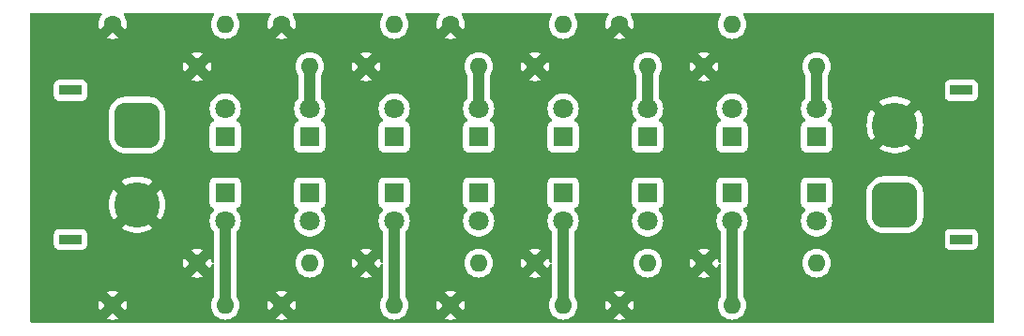
<source format=gbr>
%TF.GenerationSoftware,KiCad,Pcbnew,8.0.0*%
%TF.CreationDate,2024-03-26T18:15:11+09:00*%
%TF.ProjectId,led-board,6c65642d-626f-4617-9264-2e6b69636164,rev?*%
%TF.SameCoordinates,Original*%
%TF.FileFunction,Copper,L1,Top*%
%TF.FilePolarity,Positive*%
%FSLAX46Y46*%
G04 Gerber Fmt 4.6, Leading zero omitted, Abs format (unit mm)*
G04 Created by KiCad (PCBNEW 8.0.0) date 2024-03-26 18:15:11*
%MOMM*%
%LPD*%
G01*
G04 APERTURE LIST*
G04 Aperture macros list*
%AMRoundRect*
0 Rectangle with rounded corners*
0 $1 Rounding radius*
0 $2 $3 $4 $5 $6 $7 $8 $9 X,Y pos of 4 corners*
0 Add a 4 corners polygon primitive as box body*
4,1,4,$2,$3,$4,$5,$6,$7,$8,$9,$2,$3,0*
0 Add four circle primitives for the rounded corners*
1,1,$1+$1,$2,$3*
1,1,$1+$1,$4,$5*
1,1,$1+$1,$6,$7*
1,1,$1+$1,$8,$9*
0 Add four rect primitives between the rounded corners*
20,1,$1+$1,$2,$3,$4,$5,0*
20,1,$1+$1,$4,$5,$6,$7,0*
20,1,$1+$1,$6,$7,$8,$9,0*
20,1,$1+$1,$8,$9,$2,$3,0*%
G04 Aperture macros list end*
%TA.AperFunction,ComponentPad*%
%ADD10C,1.600000*%
%TD*%
%TA.AperFunction,ComponentPad*%
%ADD11O,1.600000X1.600000*%
%TD*%
%TA.AperFunction,ComponentPad*%
%ADD12R,1.800000X1.800000*%
%TD*%
%TA.AperFunction,ComponentPad*%
%ADD13C,1.800000*%
%TD*%
%TA.AperFunction,ComponentPad*%
%ADD14R,2.000000X0.900000*%
%TD*%
%TA.AperFunction,ComponentPad*%
%ADD15RoundRect,1.025000X1.025000X-1.025000X1.025000X1.025000X-1.025000X1.025000X-1.025000X-1.025000X0*%
%TD*%
%TA.AperFunction,ComponentPad*%
%ADD16C,4.100000*%
%TD*%
%TA.AperFunction,ComponentPad*%
%ADD17RoundRect,1.025000X-1.025000X1.025000X-1.025000X-1.025000X1.025000X-1.025000X1.025000X1.025000X0*%
%TD*%
%TA.AperFunction,Conductor*%
%ADD18C,1.000000*%
%TD*%
G04 APERTURE END LIST*
D10*
%TO.P,R15,1*%
%TO.N,VCC*%
X139700000Y-91440000D03*
D11*
%TO.P,R15,2*%
%TO.N,Net-(D15-A)*%
X149860000Y-91440000D03*
%TD*%
D12*
%TO.P,D5,1,K*%
%TO.N,GND*%
X157480000Y-76210000D03*
D13*
%TO.P,D5,2,A*%
%TO.N,Net-(D5-A)*%
X157480000Y-73670000D03*
%TD*%
D12*
%TO.P,D16,1,K*%
%TO.N,GND*%
X157480000Y-81280000D03*
D13*
%TO.P,D16,2,A*%
%TO.N,Net-(D16-A)*%
X157480000Y-83820000D03*
%TD*%
D10*
%TO.P,R16,1*%
%TO.N,VCC*%
X147320000Y-87630000D03*
D11*
%TO.P,R16,2*%
%TO.N,Net-(D16-A)*%
X157480000Y-87630000D03*
%TD*%
D12*
%TO.P,D2,1,K*%
%TO.N,GND*%
X180340000Y-76210000D03*
D13*
%TO.P,D2,2,A*%
%TO.N,Net-(D2-A)*%
X180340000Y-73670000D03*
%TD*%
D10*
%TO.P,R12,1*%
%TO.N,VCC*%
X154940000Y-91440000D03*
D11*
%TO.P,R12,2*%
%TO.N,Net-(D12-A)*%
X165100000Y-91440000D03*
%TD*%
D10*
%TO.P,R7,1*%
%TO.N,VCC*%
X132080000Y-69850000D03*
D11*
%TO.P,R7,2*%
%TO.N,Net-(D7-A)*%
X142240000Y-69850000D03*
%TD*%
D14*
%TO.P,J1,*%
%TO.N,*%
X120665000Y-85490000D03*
X120665000Y-71990000D03*
D15*
%TO.P,J1,1,Pin_1*%
%TO.N,GND*%
X126665000Y-75140000D03*
D16*
%TO.P,J1,2,Pin_2*%
%TO.N,VCC*%
X126665000Y-82340000D03*
%TD*%
D12*
%TO.P,D11,1,K*%
%TO.N,GND*%
X172720000Y-81280000D03*
D13*
%TO.P,D11,2,A*%
%TO.N,Net-(D11-A)*%
X172720000Y-83820000D03*
%TD*%
D12*
%TO.P,D15,1,K*%
%TO.N,GND*%
X149860000Y-81280000D03*
D13*
%TO.P,D15,2,A*%
%TO.N,Net-(D15-A)*%
X149860000Y-83820000D03*
%TD*%
D10*
%TO.P,R2,1*%
%TO.N,VCC*%
X170180000Y-66040000D03*
D11*
%TO.P,R2,2*%
%TO.N,Net-(D2-A)*%
X180340000Y-66040000D03*
%TD*%
D10*
%TO.P,R13,1*%
%TO.N,VCC*%
X124460000Y-91440000D03*
D11*
%TO.P,R13,2*%
%TO.N,Net-(D13-A)*%
X134620000Y-91440000D03*
%TD*%
D12*
%TO.P,D7,1,K*%
%TO.N,GND*%
X142240000Y-76210000D03*
D13*
%TO.P,D7,2,A*%
%TO.N,Net-(D7-A)*%
X142240000Y-73670000D03*
%TD*%
D12*
%TO.P,D6,1,K*%
%TO.N,GND*%
X149860000Y-76210000D03*
D13*
%TO.P,D6,2,A*%
%TO.N,Net-(D6-A)*%
X149860000Y-73670000D03*
%TD*%
D10*
%TO.P,R11,1*%
%TO.N,VCC*%
X162560000Y-87630000D03*
D11*
%TO.P,R11,2*%
%TO.N,Net-(D11-A)*%
X172720000Y-87630000D03*
%TD*%
D10*
%TO.P,R14,1*%
%TO.N,VCC*%
X132080000Y-87630000D03*
D11*
%TO.P,R14,2*%
%TO.N,Net-(D14-A)*%
X142240000Y-87630000D03*
%TD*%
D10*
%TO.P,R1,1*%
%TO.N,VCC*%
X177800000Y-69850000D03*
D11*
%TO.P,R1,2*%
%TO.N,Net-(D1-A)*%
X187960000Y-69850000D03*
%TD*%
D12*
%TO.P,D3,1,K*%
%TO.N,GND*%
X172720000Y-76210000D03*
D13*
%TO.P,D3,2,A*%
%TO.N,Net-(D3-A)*%
X172720000Y-73670000D03*
%TD*%
D12*
%TO.P,D13,1,K*%
%TO.N,GND*%
X134620000Y-81280000D03*
D13*
%TO.P,D13,2,A*%
%TO.N,Net-(D13-A)*%
X134620000Y-83820000D03*
%TD*%
D10*
%TO.P,R8,1*%
%TO.N,VCC*%
X124460000Y-66040000D03*
D11*
%TO.P,R8,2*%
%TO.N,Net-(D8-A)*%
X134620000Y-66040000D03*
%TD*%
D12*
%TO.P,D12,1,K*%
%TO.N,GND*%
X165100000Y-81280000D03*
D13*
%TO.P,D12,2,A*%
%TO.N,Net-(D12-A)*%
X165100000Y-83820000D03*
%TD*%
D12*
%TO.P,D8,1,K*%
%TO.N,GND*%
X134620000Y-76210000D03*
D13*
%TO.P,D8,2,A*%
%TO.N,Net-(D8-A)*%
X134620000Y-73670000D03*
%TD*%
D14*
%TO.P,J2,*%
%TO.N,*%
X201026000Y-71990000D03*
X201026000Y-85490000D03*
D17*
%TO.P,J2,1,Pin_1*%
%TO.N,GND*%
X195026000Y-82340000D03*
D16*
%TO.P,J2,2,Pin_2*%
%TO.N,VCC*%
X195026000Y-75140000D03*
%TD*%
D12*
%TO.P,D9,1,K*%
%TO.N,GND*%
X187960000Y-81280000D03*
D13*
%TO.P,D9,2,A*%
%TO.N,Net-(D9-A)*%
X187960000Y-83820000D03*
%TD*%
D12*
%TO.P,D14,1,K*%
%TO.N,GND*%
X142240000Y-81280000D03*
D13*
%TO.P,D14,2,A*%
%TO.N,Net-(D14-A)*%
X142240000Y-83820000D03*
%TD*%
D10*
%TO.P,R9,1*%
%TO.N,VCC*%
X177800000Y-87630000D03*
D11*
%TO.P,R9,2*%
%TO.N,Net-(D9-A)*%
X187960000Y-87630000D03*
%TD*%
D10*
%TO.P,R10,1*%
%TO.N,VCC*%
X170180000Y-91440000D03*
D11*
%TO.P,R10,2*%
%TO.N,Net-(D10-A)*%
X180340000Y-91440000D03*
%TD*%
D10*
%TO.P,R3,1*%
%TO.N,VCC*%
X162560000Y-69850000D03*
D11*
%TO.P,R3,2*%
%TO.N,Net-(D3-A)*%
X172720000Y-69850000D03*
%TD*%
D12*
%TO.P,D1,1,K*%
%TO.N,GND*%
X187960000Y-76210000D03*
D13*
%TO.P,D1,2,A*%
%TO.N,Net-(D1-A)*%
X187960000Y-73670000D03*
%TD*%
D12*
%TO.P,D10,1,K*%
%TO.N,GND*%
X180340000Y-81280000D03*
D13*
%TO.P,D10,2,A*%
%TO.N,Net-(D10-A)*%
X180340000Y-83820000D03*
%TD*%
D10*
%TO.P,R5,1*%
%TO.N,VCC*%
X147320000Y-69850000D03*
D11*
%TO.P,R5,2*%
%TO.N,Net-(D5-A)*%
X157480000Y-69850000D03*
%TD*%
D12*
%TO.P,D4,1,K*%
%TO.N,GND*%
X165100000Y-76210000D03*
D13*
%TO.P,D4,2,A*%
%TO.N,Net-(D4-A)*%
X165100000Y-73670000D03*
%TD*%
D10*
%TO.P,R4,1*%
%TO.N,VCC*%
X154940000Y-66040000D03*
D11*
%TO.P,R4,2*%
%TO.N,Net-(D4-A)*%
X165100000Y-66040000D03*
%TD*%
D10*
%TO.P,R6,1*%
%TO.N,VCC*%
X139700000Y-66040000D03*
D11*
%TO.P,R6,2*%
%TO.N,Net-(D6-A)*%
X149860000Y-66040000D03*
%TD*%
D18*
%TO.N,Net-(D1-A)*%
X187960000Y-73670000D02*
X187960000Y-69850000D01*
%TO.N,Net-(D3-A)*%
X172720000Y-73670000D02*
X172720000Y-69850000D01*
%TO.N,Net-(D5-A)*%
X157480000Y-73670000D02*
X157480000Y-69850000D01*
%TO.N,Net-(D7-A)*%
X142240000Y-73670000D02*
X142240000Y-69850000D01*
%TO.N,Net-(D10-A)*%
X180340000Y-83820000D02*
X180340000Y-91440000D01*
%TO.N,Net-(D12-A)*%
X165100000Y-83820000D02*
X165100000Y-91440000D01*
%TO.N,Net-(D13-A)*%
X134620000Y-83820000D02*
X134620000Y-91440000D01*
%TO.N,Net-(D15-A)*%
X149860000Y-83820000D02*
X149860000Y-91440000D01*
%TD*%
%TA.AperFunction,Conductor*%
%TO.N,VCC*%
G36*
X123430272Y-65019685D02*
G01*
X123476027Y-65072489D01*
X123485971Y-65141647D01*
X123461839Y-65195626D01*
X123463444Y-65196750D01*
X123329865Y-65387517D01*
X123233734Y-65593673D01*
X123233730Y-65593682D01*
X123174860Y-65813389D01*
X123174858Y-65813400D01*
X123155034Y-66039997D01*
X123155034Y-66040002D01*
X123174858Y-66266599D01*
X123174860Y-66266610D01*
X123233731Y-66486320D01*
X123256895Y-66535996D01*
X123700230Y-66092661D01*
X124060000Y-66092661D01*
X124087259Y-66194394D01*
X124139920Y-66285606D01*
X124214394Y-66360080D01*
X124305606Y-66412741D01*
X124407339Y-66440000D01*
X124512661Y-66440000D01*
X124614394Y-66412741D01*
X124705606Y-66360080D01*
X124780080Y-66285606D01*
X124832741Y-66194394D01*
X124860000Y-66092661D01*
X124860000Y-65987339D01*
X124832741Y-65885606D01*
X124780080Y-65794394D01*
X124705606Y-65719920D01*
X124614394Y-65667259D01*
X124512661Y-65640000D01*
X124407339Y-65640000D01*
X124305606Y-65667259D01*
X124214394Y-65719920D01*
X124139920Y-65794394D01*
X124087259Y-65885606D01*
X124060000Y-65987339D01*
X124060000Y-66092661D01*
X123700230Y-66092661D01*
X124372318Y-65420574D01*
X124433641Y-65387089D01*
X124503333Y-65392073D01*
X124547680Y-65420574D01*
X125663103Y-66535997D01*
X125686265Y-66486328D01*
X125745140Y-66266606D01*
X125745141Y-66266599D01*
X125764966Y-66040002D01*
X125764966Y-66039997D01*
X125745141Y-65813400D01*
X125745139Y-65813389D01*
X125686269Y-65593682D01*
X125686265Y-65593673D01*
X125590134Y-65387517D01*
X125456556Y-65196750D01*
X125458219Y-65195585D01*
X125433762Y-65139681D01*
X125444811Y-65070690D01*
X125491405Y-65018625D01*
X125556767Y-65000000D01*
X133522576Y-65000000D01*
X133589615Y-65019685D01*
X133635370Y-65072489D01*
X133645314Y-65141647D01*
X133621357Y-65195235D01*
X133623058Y-65196426D01*
X133489432Y-65387265D01*
X133489431Y-65387267D01*
X133393261Y-65593502D01*
X133393258Y-65593511D01*
X133334366Y-65813302D01*
X133334364Y-65813313D01*
X133314532Y-66039998D01*
X133314532Y-66040001D01*
X133334364Y-66266686D01*
X133334366Y-66266697D01*
X133393258Y-66486488D01*
X133393261Y-66486497D01*
X133489431Y-66692732D01*
X133489432Y-66692734D01*
X133619954Y-66879141D01*
X133780858Y-67040045D01*
X133780861Y-67040047D01*
X133967266Y-67170568D01*
X134173504Y-67266739D01*
X134393308Y-67325635D01*
X134555230Y-67339801D01*
X134619998Y-67345468D01*
X134620000Y-67345468D01*
X134620002Y-67345468D01*
X134676673Y-67340509D01*
X134846692Y-67325635D01*
X135066496Y-67266739D01*
X135117183Y-67243103D01*
X139204002Y-67243103D01*
X139253673Y-67266265D01*
X139253682Y-67266269D01*
X139473389Y-67325139D01*
X139473400Y-67325141D01*
X139699998Y-67344966D01*
X139700002Y-67344966D01*
X139926599Y-67325141D01*
X139926606Y-67325140D01*
X140146328Y-67266265D01*
X140195997Y-67243103D01*
X139700001Y-66747107D01*
X139700000Y-66747107D01*
X139204002Y-67243103D01*
X135117183Y-67243103D01*
X135272734Y-67170568D01*
X135459139Y-67040047D01*
X135620047Y-66879139D01*
X135750568Y-66692734D01*
X135846739Y-66486496D01*
X135905635Y-66266692D01*
X135925468Y-66040000D01*
X135905635Y-65813308D01*
X135846739Y-65593504D01*
X135750568Y-65387266D01*
X135620047Y-65200861D01*
X135616942Y-65196426D01*
X135618704Y-65195192D01*
X135594419Y-65139678D01*
X135605469Y-65070688D01*
X135652065Y-65018624D01*
X135717424Y-65000000D01*
X138603233Y-65000000D01*
X138670272Y-65019685D01*
X138716027Y-65072489D01*
X138725971Y-65141647D01*
X138701839Y-65195626D01*
X138703444Y-65196750D01*
X138569865Y-65387517D01*
X138473734Y-65593673D01*
X138473730Y-65593682D01*
X138414860Y-65813389D01*
X138414858Y-65813400D01*
X138395034Y-66039997D01*
X138395034Y-66040002D01*
X138414858Y-66266599D01*
X138414860Y-66266610D01*
X138473731Y-66486320D01*
X138496895Y-66535996D01*
X138940230Y-66092661D01*
X139300000Y-66092661D01*
X139327259Y-66194394D01*
X139379920Y-66285606D01*
X139454394Y-66360080D01*
X139545606Y-66412741D01*
X139647339Y-66440000D01*
X139752661Y-66440000D01*
X139854394Y-66412741D01*
X139945606Y-66360080D01*
X140020080Y-66285606D01*
X140072741Y-66194394D01*
X140100000Y-66092661D01*
X140100000Y-65987339D01*
X140072741Y-65885606D01*
X140020080Y-65794394D01*
X139945606Y-65719920D01*
X139854394Y-65667259D01*
X139752661Y-65640000D01*
X139647339Y-65640000D01*
X139545606Y-65667259D01*
X139454394Y-65719920D01*
X139379920Y-65794394D01*
X139327259Y-65885606D01*
X139300000Y-65987339D01*
X139300000Y-66092661D01*
X138940230Y-66092661D01*
X139612318Y-65420574D01*
X139673641Y-65387089D01*
X139743333Y-65392073D01*
X139787680Y-65420574D01*
X140903103Y-66535997D01*
X140926265Y-66486328D01*
X140985140Y-66266606D01*
X140985141Y-66266599D01*
X141004966Y-66040002D01*
X141004966Y-66039997D01*
X140985141Y-65813400D01*
X140985139Y-65813389D01*
X140926269Y-65593682D01*
X140926265Y-65593673D01*
X140830134Y-65387517D01*
X140696556Y-65196750D01*
X140698219Y-65195585D01*
X140673762Y-65139681D01*
X140684811Y-65070690D01*
X140731405Y-65018625D01*
X140796767Y-65000000D01*
X148762576Y-65000000D01*
X148829615Y-65019685D01*
X148875370Y-65072489D01*
X148885314Y-65141647D01*
X148861357Y-65195235D01*
X148863058Y-65196426D01*
X148729432Y-65387265D01*
X148729431Y-65387267D01*
X148633261Y-65593502D01*
X148633258Y-65593511D01*
X148574366Y-65813302D01*
X148574364Y-65813313D01*
X148554532Y-66039998D01*
X148554532Y-66040001D01*
X148574364Y-66266686D01*
X148574366Y-66266697D01*
X148633258Y-66486488D01*
X148633261Y-66486497D01*
X148729431Y-66692732D01*
X148729432Y-66692734D01*
X148859954Y-66879141D01*
X149020858Y-67040045D01*
X149020861Y-67040047D01*
X149207266Y-67170568D01*
X149413504Y-67266739D01*
X149633308Y-67325635D01*
X149795230Y-67339801D01*
X149859998Y-67345468D01*
X149860000Y-67345468D01*
X149860002Y-67345468D01*
X149916673Y-67340509D01*
X150086692Y-67325635D01*
X150306496Y-67266739D01*
X150357183Y-67243103D01*
X154444002Y-67243103D01*
X154493673Y-67266265D01*
X154493682Y-67266269D01*
X154713389Y-67325139D01*
X154713400Y-67325141D01*
X154939998Y-67344966D01*
X154940002Y-67344966D01*
X155166599Y-67325141D01*
X155166606Y-67325140D01*
X155386328Y-67266265D01*
X155435997Y-67243103D01*
X154940001Y-66747107D01*
X154940000Y-66747107D01*
X154444002Y-67243103D01*
X150357183Y-67243103D01*
X150512734Y-67170568D01*
X150699139Y-67040047D01*
X150860047Y-66879139D01*
X150990568Y-66692734D01*
X151086739Y-66486496D01*
X151145635Y-66266692D01*
X151165468Y-66040000D01*
X151145635Y-65813308D01*
X151086739Y-65593504D01*
X150990568Y-65387266D01*
X150860047Y-65200861D01*
X150856942Y-65196426D01*
X150858704Y-65195192D01*
X150834419Y-65139678D01*
X150845469Y-65070688D01*
X150892065Y-65018624D01*
X150957424Y-65000000D01*
X153843233Y-65000000D01*
X153910272Y-65019685D01*
X153956027Y-65072489D01*
X153965971Y-65141647D01*
X153941839Y-65195626D01*
X153943444Y-65196750D01*
X153809865Y-65387517D01*
X153713734Y-65593673D01*
X153713730Y-65593682D01*
X153654860Y-65813389D01*
X153654858Y-65813400D01*
X153635034Y-66039997D01*
X153635034Y-66040002D01*
X153654858Y-66266599D01*
X153654860Y-66266610D01*
X153713731Y-66486320D01*
X153736895Y-66535996D01*
X154180230Y-66092661D01*
X154540000Y-66092661D01*
X154567259Y-66194394D01*
X154619920Y-66285606D01*
X154694394Y-66360080D01*
X154785606Y-66412741D01*
X154887339Y-66440000D01*
X154992661Y-66440000D01*
X155094394Y-66412741D01*
X155185606Y-66360080D01*
X155260080Y-66285606D01*
X155312741Y-66194394D01*
X155340000Y-66092661D01*
X155340000Y-65987339D01*
X155312741Y-65885606D01*
X155260080Y-65794394D01*
X155185606Y-65719920D01*
X155094394Y-65667259D01*
X154992661Y-65640000D01*
X154887339Y-65640000D01*
X154785606Y-65667259D01*
X154694394Y-65719920D01*
X154619920Y-65794394D01*
X154567259Y-65885606D01*
X154540000Y-65987339D01*
X154540000Y-66092661D01*
X154180230Y-66092661D01*
X154852318Y-65420574D01*
X154913641Y-65387089D01*
X154983333Y-65392073D01*
X155027680Y-65420574D01*
X156143103Y-66535997D01*
X156166265Y-66486328D01*
X156225140Y-66266606D01*
X156225141Y-66266599D01*
X156244966Y-66040002D01*
X156244966Y-66039997D01*
X156225141Y-65813400D01*
X156225139Y-65813389D01*
X156166269Y-65593682D01*
X156166265Y-65593673D01*
X156070134Y-65387517D01*
X155936556Y-65196750D01*
X155938219Y-65195585D01*
X155913762Y-65139681D01*
X155924811Y-65070690D01*
X155971405Y-65018625D01*
X156036767Y-65000000D01*
X164002576Y-65000000D01*
X164069615Y-65019685D01*
X164115370Y-65072489D01*
X164125314Y-65141647D01*
X164101357Y-65195235D01*
X164103058Y-65196426D01*
X163969432Y-65387265D01*
X163969431Y-65387267D01*
X163873261Y-65593502D01*
X163873258Y-65593511D01*
X163814366Y-65813302D01*
X163814364Y-65813313D01*
X163794532Y-66039998D01*
X163794532Y-66040001D01*
X163814364Y-66266686D01*
X163814366Y-66266697D01*
X163873258Y-66486488D01*
X163873261Y-66486497D01*
X163969431Y-66692732D01*
X163969432Y-66692734D01*
X164099954Y-66879141D01*
X164260858Y-67040045D01*
X164260861Y-67040047D01*
X164447266Y-67170568D01*
X164653504Y-67266739D01*
X164873308Y-67325635D01*
X165035230Y-67339801D01*
X165099998Y-67345468D01*
X165100000Y-67345468D01*
X165100002Y-67345468D01*
X165156673Y-67340509D01*
X165326692Y-67325635D01*
X165546496Y-67266739D01*
X165597183Y-67243103D01*
X169684002Y-67243103D01*
X169733673Y-67266265D01*
X169733682Y-67266269D01*
X169953389Y-67325139D01*
X169953400Y-67325141D01*
X170179998Y-67344966D01*
X170180002Y-67344966D01*
X170406599Y-67325141D01*
X170406606Y-67325140D01*
X170626328Y-67266265D01*
X170675997Y-67243103D01*
X170180001Y-66747107D01*
X170180000Y-66747107D01*
X169684002Y-67243103D01*
X165597183Y-67243103D01*
X165752734Y-67170568D01*
X165939139Y-67040047D01*
X166100047Y-66879139D01*
X166230568Y-66692734D01*
X166326739Y-66486496D01*
X166385635Y-66266692D01*
X166405468Y-66040000D01*
X166385635Y-65813308D01*
X166326739Y-65593504D01*
X166230568Y-65387266D01*
X166100047Y-65200861D01*
X166096942Y-65196426D01*
X166098704Y-65195192D01*
X166074419Y-65139678D01*
X166085469Y-65070688D01*
X166132065Y-65018624D01*
X166197424Y-65000000D01*
X169083233Y-65000000D01*
X169150272Y-65019685D01*
X169196027Y-65072489D01*
X169205971Y-65141647D01*
X169181839Y-65195626D01*
X169183444Y-65196750D01*
X169049865Y-65387517D01*
X168953734Y-65593673D01*
X168953730Y-65593682D01*
X168894860Y-65813389D01*
X168894858Y-65813400D01*
X168875034Y-66039997D01*
X168875034Y-66040002D01*
X168894858Y-66266599D01*
X168894860Y-66266610D01*
X168953731Y-66486320D01*
X168976895Y-66535996D01*
X169420230Y-66092661D01*
X169780000Y-66092661D01*
X169807259Y-66194394D01*
X169859920Y-66285606D01*
X169934394Y-66360080D01*
X170025606Y-66412741D01*
X170127339Y-66440000D01*
X170232661Y-66440000D01*
X170334394Y-66412741D01*
X170425606Y-66360080D01*
X170500080Y-66285606D01*
X170552741Y-66194394D01*
X170580000Y-66092661D01*
X170580000Y-65987339D01*
X170552741Y-65885606D01*
X170500080Y-65794394D01*
X170425606Y-65719920D01*
X170334394Y-65667259D01*
X170232661Y-65640000D01*
X170127339Y-65640000D01*
X170025606Y-65667259D01*
X169934394Y-65719920D01*
X169859920Y-65794394D01*
X169807259Y-65885606D01*
X169780000Y-65987339D01*
X169780000Y-66092661D01*
X169420230Y-66092661D01*
X170092318Y-65420574D01*
X170153641Y-65387089D01*
X170223333Y-65392073D01*
X170267680Y-65420574D01*
X171383103Y-66535997D01*
X171406265Y-66486328D01*
X171465140Y-66266606D01*
X171465141Y-66266599D01*
X171484966Y-66040002D01*
X171484966Y-66039997D01*
X171465141Y-65813400D01*
X171465139Y-65813389D01*
X171406269Y-65593682D01*
X171406265Y-65593673D01*
X171310134Y-65387517D01*
X171176556Y-65196750D01*
X171178219Y-65195585D01*
X171153762Y-65139681D01*
X171164811Y-65070690D01*
X171211405Y-65018625D01*
X171276767Y-65000000D01*
X179242576Y-65000000D01*
X179309615Y-65019685D01*
X179355370Y-65072489D01*
X179365314Y-65141647D01*
X179341357Y-65195235D01*
X179343058Y-65196426D01*
X179209432Y-65387265D01*
X179209431Y-65387267D01*
X179113261Y-65593502D01*
X179113258Y-65593511D01*
X179054366Y-65813302D01*
X179054364Y-65813313D01*
X179034532Y-66039998D01*
X179034532Y-66040001D01*
X179054364Y-66266686D01*
X179054366Y-66266697D01*
X179113258Y-66486488D01*
X179113261Y-66486497D01*
X179209431Y-66692732D01*
X179209432Y-66692734D01*
X179339954Y-66879141D01*
X179500858Y-67040045D01*
X179500861Y-67040047D01*
X179687266Y-67170568D01*
X179893504Y-67266739D01*
X180113308Y-67325635D01*
X180275230Y-67339801D01*
X180339998Y-67345468D01*
X180340000Y-67345468D01*
X180340002Y-67345468D01*
X180396673Y-67340509D01*
X180566692Y-67325635D01*
X180786496Y-67266739D01*
X180992734Y-67170568D01*
X181179139Y-67040047D01*
X181340047Y-66879139D01*
X181470568Y-66692734D01*
X181566739Y-66486496D01*
X181625635Y-66266692D01*
X181645468Y-66040000D01*
X181625635Y-65813308D01*
X181566739Y-65593504D01*
X181470568Y-65387266D01*
X181340047Y-65200861D01*
X181336942Y-65196426D01*
X181338704Y-65195192D01*
X181314419Y-65139678D01*
X181325469Y-65070688D01*
X181372065Y-65018624D01*
X181437424Y-65000000D01*
X203876000Y-65000000D01*
X203943039Y-65019685D01*
X203988794Y-65072489D01*
X204000000Y-65124000D01*
X204000000Y-92876000D01*
X203980315Y-92943039D01*
X203927511Y-92988794D01*
X203876000Y-93000000D01*
X117124000Y-93000000D01*
X117056961Y-92980315D01*
X117011206Y-92927511D01*
X117000000Y-92876000D01*
X117000000Y-92643103D01*
X123964002Y-92643103D01*
X124013673Y-92666265D01*
X124013682Y-92666269D01*
X124233389Y-92725139D01*
X124233400Y-92725141D01*
X124459998Y-92744966D01*
X124460002Y-92744966D01*
X124686599Y-92725141D01*
X124686606Y-92725140D01*
X124906328Y-92666265D01*
X124955997Y-92643103D01*
X124460001Y-92147107D01*
X124460000Y-92147107D01*
X123964002Y-92643103D01*
X117000000Y-92643103D01*
X117000000Y-91440002D01*
X123155034Y-91440002D01*
X123174858Y-91666599D01*
X123174860Y-91666610D01*
X123233731Y-91886320D01*
X123256895Y-91935996D01*
X123700232Y-91492661D01*
X124060000Y-91492661D01*
X124087259Y-91594394D01*
X124139920Y-91685606D01*
X124214394Y-91760080D01*
X124305606Y-91812741D01*
X124407339Y-91840000D01*
X124512661Y-91840000D01*
X124614394Y-91812741D01*
X124705606Y-91760080D01*
X124780080Y-91685606D01*
X124832741Y-91594394D01*
X124860000Y-91492661D01*
X124860000Y-91440001D01*
X125167107Y-91440001D01*
X125663103Y-91935997D01*
X125686265Y-91886328D01*
X125745140Y-91666606D01*
X125745141Y-91666599D01*
X125764966Y-91440002D01*
X125764966Y-91439997D01*
X125745141Y-91213400D01*
X125745139Y-91213389D01*
X125686269Y-90993682D01*
X125686265Y-90993673D01*
X125663103Y-90944002D01*
X125167107Y-91439999D01*
X125167107Y-91440001D01*
X124860000Y-91440001D01*
X124860000Y-91387339D01*
X124832741Y-91285606D01*
X124780080Y-91194394D01*
X124705606Y-91119920D01*
X124614394Y-91067259D01*
X124512661Y-91040000D01*
X124407339Y-91040000D01*
X124305606Y-91067259D01*
X124214394Y-91119920D01*
X124139920Y-91194394D01*
X124087259Y-91285606D01*
X124060000Y-91387339D01*
X124060000Y-91492661D01*
X123700232Y-91492661D01*
X123752893Y-91440000D01*
X123752893Y-91439999D01*
X123256895Y-90944002D01*
X123233731Y-90993677D01*
X123174860Y-91213389D01*
X123174858Y-91213400D01*
X123155034Y-91439997D01*
X123155034Y-91440002D01*
X117000000Y-91440002D01*
X117000000Y-90236895D01*
X123964002Y-90236895D01*
X124460000Y-90732893D01*
X124460001Y-90732893D01*
X124955996Y-90236895D01*
X124906320Y-90213731D01*
X124686610Y-90154860D01*
X124686599Y-90154858D01*
X124460002Y-90135034D01*
X124459998Y-90135034D01*
X124233400Y-90154858D01*
X124233389Y-90154860D01*
X124013677Y-90213731D01*
X123964002Y-90236895D01*
X117000000Y-90236895D01*
X117000000Y-88833103D01*
X131584002Y-88833103D01*
X131633673Y-88856265D01*
X131633682Y-88856269D01*
X131853389Y-88915139D01*
X131853400Y-88915141D01*
X132079998Y-88934966D01*
X132080002Y-88934966D01*
X132306599Y-88915141D01*
X132306606Y-88915140D01*
X132526328Y-88856265D01*
X132575997Y-88833103D01*
X132080001Y-88337107D01*
X132080000Y-88337107D01*
X131584002Y-88833103D01*
X117000000Y-88833103D01*
X117000000Y-87630002D01*
X130775034Y-87630002D01*
X130794858Y-87856599D01*
X130794860Y-87856610D01*
X130853731Y-88076320D01*
X130876895Y-88125996D01*
X131320232Y-87682661D01*
X131680000Y-87682661D01*
X131707259Y-87784394D01*
X131759920Y-87875606D01*
X131834394Y-87950080D01*
X131925606Y-88002741D01*
X132027339Y-88030000D01*
X132132661Y-88030000D01*
X132234394Y-88002741D01*
X132325606Y-87950080D01*
X132400080Y-87875606D01*
X132452741Y-87784394D01*
X132480000Y-87682661D01*
X132480000Y-87630001D01*
X132787107Y-87630001D01*
X133283103Y-88125997D01*
X133306265Y-88076328D01*
X133365140Y-87856606D01*
X133365141Y-87856599D01*
X133371972Y-87778524D01*
X133397424Y-87713455D01*
X133454015Y-87672476D01*
X133523777Y-87668598D01*
X133584561Y-87703052D01*
X133617069Y-87764898D01*
X133619500Y-87789331D01*
X133619500Y-90562410D01*
X133599815Y-90629449D01*
X133597076Y-90633532D01*
X133489431Y-90787267D01*
X133393261Y-90993502D01*
X133393258Y-90993511D01*
X133334366Y-91213302D01*
X133334364Y-91213313D01*
X133314532Y-91439998D01*
X133314532Y-91440001D01*
X133334364Y-91666686D01*
X133334366Y-91666697D01*
X133393258Y-91886488D01*
X133393261Y-91886497D01*
X133489431Y-92092732D01*
X133489432Y-92092734D01*
X133619954Y-92279141D01*
X133780858Y-92440045D01*
X133780861Y-92440047D01*
X133967266Y-92570568D01*
X134173504Y-92666739D01*
X134393308Y-92725635D01*
X134555230Y-92739801D01*
X134619998Y-92745468D01*
X134620000Y-92745468D01*
X134620002Y-92745468D01*
X134676673Y-92740509D01*
X134846692Y-92725635D01*
X135066496Y-92666739D01*
X135117183Y-92643103D01*
X139204002Y-92643103D01*
X139253673Y-92666265D01*
X139253682Y-92666269D01*
X139473389Y-92725139D01*
X139473400Y-92725141D01*
X139699998Y-92744966D01*
X139700002Y-92744966D01*
X139926599Y-92725141D01*
X139926606Y-92725140D01*
X140146328Y-92666265D01*
X140195997Y-92643103D01*
X139700001Y-92147107D01*
X139700000Y-92147107D01*
X139204002Y-92643103D01*
X135117183Y-92643103D01*
X135272734Y-92570568D01*
X135459139Y-92440047D01*
X135620047Y-92279139D01*
X135750568Y-92092734D01*
X135846739Y-91886496D01*
X135905635Y-91666692D01*
X135925468Y-91440002D01*
X138395034Y-91440002D01*
X138414858Y-91666599D01*
X138414860Y-91666610D01*
X138473731Y-91886320D01*
X138496895Y-91935996D01*
X138940232Y-91492661D01*
X139300000Y-91492661D01*
X139327259Y-91594394D01*
X139379920Y-91685606D01*
X139454394Y-91760080D01*
X139545606Y-91812741D01*
X139647339Y-91840000D01*
X139752661Y-91840000D01*
X139854394Y-91812741D01*
X139945606Y-91760080D01*
X140020080Y-91685606D01*
X140072741Y-91594394D01*
X140100000Y-91492661D01*
X140100000Y-91440000D01*
X140407107Y-91440000D01*
X140903103Y-91935997D01*
X140926265Y-91886328D01*
X140985140Y-91666606D01*
X140985141Y-91666599D01*
X141004966Y-91440002D01*
X141004966Y-91439997D01*
X140985141Y-91213400D01*
X140985139Y-91213389D01*
X140926269Y-90993682D01*
X140926265Y-90993673D01*
X140903103Y-90944002D01*
X140407107Y-91439999D01*
X140407107Y-91440000D01*
X140100000Y-91440000D01*
X140100000Y-91387339D01*
X140072741Y-91285606D01*
X140020080Y-91194394D01*
X139945606Y-91119920D01*
X139854394Y-91067259D01*
X139752661Y-91040000D01*
X139647339Y-91040000D01*
X139545606Y-91067259D01*
X139454394Y-91119920D01*
X139379920Y-91194394D01*
X139327259Y-91285606D01*
X139300000Y-91387339D01*
X139300000Y-91492661D01*
X138940232Y-91492661D01*
X138992893Y-91440000D01*
X138992893Y-91439999D01*
X138496895Y-90944002D01*
X138473731Y-90993677D01*
X138414860Y-91213389D01*
X138414858Y-91213400D01*
X138395034Y-91439997D01*
X138395034Y-91440002D01*
X135925468Y-91440002D01*
X135925468Y-91440000D01*
X135905635Y-91213308D01*
X135846739Y-90993504D01*
X135750568Y-90787266D01*
X135642924Y-90633532D01*
X135620597Y-90567326D01*
X135620500Y-90562410D01*
X135620500Y-90236895D01*
X139204002Y-90236895D01*
X139700000Y-90732893D01*
X139700001Y-90732893D01*
X140195996Y-90236895D01*
X140146320Y-90213731D01*
X139926610Y-90154860D01*
X139926599Y-90154858D01*
X139700002Y-90135034D01*
X139699998Y-90135034D01*
X139473400Y-90154858D01*
X139473389Y-90154860D01*
X139253677Y-90213731D01*
X139204002Y-90236895D01*
X135620500Y-90236895D01*
X135620500Y-87630001D01*
X140934532Y-87630001D01*
X140954364Y-87856686D01*
X140954366Y-87856697D01*
X141013258Y-88076488D01*
X141013261Y-88076497D01*
X141109431Y-88282732D01*
X141109432Y-88282734D01*
X141239954Y-88469141D01*
X141400858Y-88630045D01*
X141400861Y-88630047D01*
X141587266Y-88760568D01*
X141793504Y-88856739D01*
X142013308Y-88915635D01*
X142175230Y-88929801D01*
X142239998Y-88935468D01*
X142240000Y-88935468D01*
X142240002Y-88935468D01*
X142296673Y-88930509D01*
X142466692Y-88915635D01*
X142686496Y-88856739D01*
X142737183Y-88833103D01*
X146824002Y-88833103D01*
X146873673Y-88856265D01*
X146873682Y-88856269D01*
X147093389Y-88915139D01*
X147093400Y-88915141D01*
X147319998Y-88934966D01*
X147320002Y-88934966D01*
X147546599Y-88915141D01*
X147546606Y-88915140D01*
X147766328Y-88856265D01*
X147815997Y-88833103D01*
X147320001Y-88337107D01*
X147320000Y-88337107D01*
X146824002Y-88833103D01*
X142737183Y-88833103D01*
X142892734Y-88760568D01*
X143079139Y-88630047D01*
X143240047Y-88469139D01*
X143370568Y-88282734D01*
X143466739Y-88076496D01*
X143525635Y-87856692D01*
X143545468Y-87630002D01*
X146015034Y-87630002D01*
X146034858Y-87856599D01*
X146034860Y-87856610D01*
X146093731Y-88076320D01*
X146116895Y-88125996D01*
X146560232Y-87682661D01*
X146920000Y-87682661D01*
X146947259Y-87784394D01*
X146999920Y-87875606D01*
X147074394Y-87950080D01*
X147165606Y-88002741D01*
X147267339Y-88030000D01*
X147372661Y-88030000D01*
X147474394Y-88002741D01*
X147565606Y-87950080D01*
X147640080Y-87875606D01*
X147692741Y-87784394D01*
X147720000Y-87682661D01*
X147720000Y-87630001D01*
X148027107Y-87630001D01*
X148523103Y-88125997D01*
X148546265Y-88076328D01*
X148605140Y-87856606D01*
X148605141Y-87856599D01*
X148611972Y-87778524D01*
X148637424Y-87713455D01*
X148694015Y-87672476D01*
X148763777Y-87668598D01*
X148824561Y-87703052D01*
X148857069Y-87764898D01*
X148859500Y-87789331D01*
X148859500Y-90562410D01*
X148839815Y-90629449D01*
X148837076Y-90633532D01*
X148729431Y-90787267D01*
X148633261Y-90993502D01*
X148633258Y-90993511D01*
X148574366Y-91213302D01*
X148574364Y-91213313D01*
X148554532Y-91439998D01*
X148554532Y-91440001D01*
X148574364Y-91666686D01*
X148574366Y-91666697D01*
X148633258Y-91886488D01*
X148633261Y-91886497D01*
X148729431Y-92092732D01*
X148729432Y-92092734D01*
X148859954Y-92279141D01*
X149020858Y-92440045D01*
X149020861Y-92440047D01*
X149207266Y-92570568D01*
X149413504Y-92666739D01*
X149633308Y-92725635D01*
X149795230Y-92739801D01*
X149859998Y-92745468D01*
X149860000Y-92745468D01*
X149860002Y-92745468D01*
X149916673Y-92740509D01*
X150086692Y-92725635D01*
X150306496Y-92666739D01*
X150357183Y-92643103D01*
X154444002Y-92643103D01*
X154493673Y-92666265D01*
X154493682Y-92666269D01*
X154713389Y-92725139D01*
X154713400Y-92725141D01*
X154939998Y-92744966D01*
X154940002Y-92744966D01*
X155166599Y-92725141D01*
X155166606Y-92725140D01*
X155386328Y-92666265D01*
X155435997Y-92643103D01*
X154940001Y-92147107D01*
X154940000Y-92147107D01*
X154444002Y-92643103D01*
X150357183Y-92643103D01*
X150512734Y-92570568D01*
X150699139Y-92440047D01*
X150860047Y-92279139D01*
X150990568Y-92092734D01*
X151086739Y-91886496D01*
X151145635Y-91666692D01*
X151165468Y-91440002D01*
X153635034Y-91440002D01*
X153654858Y-91666599D01*
X153654860Y-91666610D01*
X153713731Y-91886320D01*
X153736895Y-91935996D01*
X154180232Y-91492661D01*
X154540000Y-91492661D01*
X154567259Y-91594394D01*
X154619920Y-91685606D01*
X154694394Y-91760080D01*
X154785606Y-91812741D01*
X154887339Y-91840000D01*
X154992661Y-91840000D01*
X155094394Y-91812741D01*
X155185606Y-91760080D01*
X155260080Y-91685606D01*
X155312741Y-91594394D01*
X155340000Y-91492661D01*
X155340000Y-91440001D01*
X155647107Y-91440001D01*
X156143103Y-91935997D01*
X156166265Y-91886328D01*
X156225140Y-91666606D01*
X156225141Y-91666599D01*
X156244966Y-91440002D01*
X156244966Y-91439997D01*
X156225141Y-91213400D01*
X156225139Y-91213389D01*
X156166269Y-90993682D01*
X156166265Y-90993673D01*
X156143103Y-90944002D01*
X155647107Y-91439999D01*
X155647107Y-91440001D01*
X155340000Y-91440001D01*
X155340000Y-91387339D01*
X155312741Y-91285606D01*
X155260080Y-91194394D01*
X155185606Y-91119920D01*
X155094394Y-91067259D01*
X154992661Y-91040000D01*
X154887339Y-91040000D01*
X154785606Y-91067259D01*
X154694394Y-91119920D01*
X154619920Y-91194394D01*
X154567259Y-91285606D01*
X154540000Y-91387339D01*
X154540000Y-91492661D01*
X154180232Y-91492661D01*
X154232893Y-91440000D01*
X154232893Y-91439999D01*
X153736895Y-90944002D01*
X153713731Y-90993677D01*
X153654860Y-91213389D01*
X153654858Y-91213400D01*
X153635034Y-91439997D01*
X153635034Y-91440002D01*
X151165468Y-91440002D01*
X151165468Y-91440000D01*
X151145635Y-91213308D01*
X151086739Y-90993504D01*
X150990568Y-90787266D01*
X150882924Y-90633532D01*
X150860597Y-90567326D01*
X150860500Y-90562410D01*
X150860500Y-90236895D01*
X154444002Y-90236895D01*
X154940000Y-90732893D01*
X154940001Y-90732893D01*
X155435996Y-90236895D01*
X155386320Y-90213731D01*
X155166610Y-90154860D01*
X155166599Y-90154858D01*
X154940002Y-90135034D01*
X154939998Y-90135034D01*
X154713400Y-90154858D01*
X154713389Y-90154860D01*
X154493677Y-90213731D01*
X154444002Y-90236895D01*
X150860500Y-90236895D01*
X150860500Y-87630001D01*
X156174532Y-87630001D01*
X156194364Y-87856686D01*
X156194366Y-87856697D01*
X156253258Y-88076488D01*
X156253261Y-88076497D01*
X156349431Y-88282732D01*
X156349432Y-88282734D01*
X156479954Y-88469141D01*
X156640858Y-88630045D01*
X156640861Y-88630047D01*
X156827266Y-88760568D01*
X157033504Y-88856739D01*
X157253308Y-88915635D01*
X157415230Y-88929801D01*
X157479998Y-88935468D01*
X157480000Y-88935468D01*
X157480002Y-88935468D01*
X157536673Y-88930509D01*
X157706692Y-88915635D01*
X157926496Y-88856739D01*
X157977183Y-88833103D01*
X162064002Y-88833103D01*
X162113673Y-88856265D01*
X162113682Y-88856269D01*
X162333389Y-88915139D01*
X162333400Y-88915141D01*
X162559998Y-88934966D01*
X162560002Y-88934966D01*
X162786599Y-88915141D01*
X162786606Y-88915140D01*
X163006328Y-88856265D01*
X163055997Y-88833103D01*
X162560001Y-88337107D01*
X162560000Y-88337107D01*
X162064002Y-88833103D01*
X157977183Y-88833103D01*
X158132734Y-88760568D01*
X158319139Y-88630047D01*
X158480047Y-88469139D01*
X158610568Y-88282734D01*
X158706739Y-88076496D01*
X158765635Y-87856692D01*
X158785468Y-87630002D01*
X161255034Y-87630002D01*
X161274858Y-87856599D01*
X161274860Y-87856610D01*
X161333731Y-88076320D01*
X161356895Y-88125996D01*
X161800232Y-87682661D01*
X162160000Y-87682661D01*
X162187259Y-87784394D01*
X162239920Y-87875606D01*
X162314394Y-87950080D01*
X162405606Y-88002741D01*
X162507339Y-88030000D01*
X162612661Y-88030000D01*
X162714394Y-88002741D01*
X162805606Y-87950080D01*
X162880080Y-87875606D01*
X162932741Y-87784394D01*
X162960000Y-87682661D01*
X162960000Y-87630001D01*
X163267107Y-87630001D01*
X163763103Y-88125997D01*
X163786265Y-88076328D01*
X163845140Y-87856606D01*
X163845141Y-87856599D01*
X163851972Y-87778524D01*
X163877424Y-87713455D01*
X163934015Y-87672476D01*
X164003777Y-87668598D01*
X164064561Y-87703052D01*
X164097069Y-87764898D01*
X164099500Y-87789331D01*
X164099500Y-90562410D01*
X164079815Y-90629449D01*
X164077076Y-90633532D01*
X163969431Y-90787267D01*
X163873261Y-90993502D01*
X163873258Y-90993511D01*
X163814366Y-91213302D01*
X163814364Y-91213313D01*
X163794532Y-91439998D01*
X163794532Y-91440001D01*
X163814364Y-91666686D01*
X163814366Y-91666697D01*
X163873258Y-91886488D01*
X163873261Y-91886497D01*
X163969431Y-92092732D01*
X163969432Y-92092734D01*
X164099954Y-92279141D01*
X164260858Y-92440045D01*
X164260861Y-92440047D01*
X164447266Y-92570568D01*
X164653504Y-92666739D01*
X164873308Y-92725635D01*
X165035230Y-92739801D01*
X165099998Y-92745468D01*
X165100000Y-92745468D01*
X165100002Y-92745468D01*
X165156673Y-92740509D01*
X165326692Y-92725635D01*
X165546496Y-92666739D01*
X165597183Y-92643103D01*
X169684002Y-92643103D01*
X169733673Y-92666265D01*
X169733682Y-92666269D01*
X169953389Y-92725139D01*
X169953400Y-92725141D01*
X170179998Y-92744966D01*
X170180002Y-92744966D01*
X170406599Y-92725141D01*
X170406606Y-92725140D01*
X170626328Y-92666265D01*
X170675997Y-92643103D01*
X170180001Y-92147107D01*
X170180000Y-92147107D01*
X169684002Y-92643103D01*
X165597183Y-92643103D01*
X165752734Y-92570568D01*
X165939139Y-92440047D01*
X166100047Y-92279139D01*
X166230568Y-92092734D01*
X166326739Y-91886496D01*
X166385635Y-91666692D01*
X166405468Y-91440002D01*
X168875034Y-91440002D01*
X168894858Y-91666599D01*
X168894860Y-91666610D01*
X168953731Y-91886320D01*
X168976895Y-91935996D01*
X169420232Y-91492661D01*
X169780000Y-91492661D01*
X169807259Y-91594394D01*
X169859920Y-91685606D01*
X169934394Y-91760080D01*
X170025606Y-91812741D01*
X170127339Y-91840000D01*
X170232661Y-91840000D01*
X170334394Y-91812741D01*
X170425606Y-91760080D01*
X170500080Y-91685606D01*
X170552741Y-91594394D01*
X170580000Y-91492661D01*
X170580000Y-91440001D01*
X170887107Y-91440001D01*
X171383103Y-91935997D01*
X171406265Y-91886328D01*
X171465140Y-91666606D01*
X171465141Y-91666599D01*
X171484966Y-91440002D01*
X171484966Y-91439997D01*
X171465141Y-91213400D01*
X171465139Y-91213389D01*
X171406269Y-90993682D01*
X171406265Y-90993673D01*
X171383103Y-90944002D01*
X170887107Y-91439999D01*
X170887107Y-91440001D01*
X170580000Y-91440001D01*
X170580000Y-91387339D01*
X170552741Y-91285606D01*
X170500080Y-91194394D01*
X170425606Y-91119920D01*
X170334394Y-91067259D01*
X170232661Y-91040000D01*
X170127339Y-91040000D01*
X170025606Y-91067259D01*
X169934394Y-91119920D01*
X169859920Y-91194394D01*
X169807259Y-91285606D01*
X169780000Y-91387339D01*
X169780000Y-91492661D01*
X169420232Y-91492661D01*
X169472893Y-91440000D01*
X169472893Y-91439999D01*
X168976895Y-90944002D01*
X168953731Y-90993677D01*
X168894860Y-91213389D01*
X168894858Y-91213400D01*
X168875034Y-91439997D01*
X168875034Y-91440002D01*
X166405468Y-91440002D01*
X166405468Y-91440000D01*
X166385635Y-91213308D01*
X166326739Y-90993504D01*
X166230568Y-90787266D01*
X166122924Y-90633532D01*
X166100597Y-90567326D01*
X166100500Y-90562410D01*
X166100500Y-90236895D01*
X169684002Y-90236895D01*
X170180000Y-90732893D01*
X170180001Y-90732893D01*
X170675996Y-90236895D01*
X170626320Y-90213731D01*
X170406610Y-90154860D01*
X170406599Y-90154858D01*
X170180002Y-90135034D01*
X170179998Y-90135034D01*
X169953400Y-90154858D01*
X169953389Y-90154860D01*
X169733677Y-90213731D01*
X169684002Y-90236895D01*
X166100500Y-90236895D01*
X166100500Y-87630001D01*
X171414532Y-87630001D01*
X171434364Y-87856686D01*
X171434366Y-87856697D01*
X171493258Y-88076488D01*
X171493261Y-88076497D01*
X171589431Y-88282732D01*
X171589432Y-88282734D01*
X171719954Y-88469141D01*
X171880858Y-88630045D01*
X171880861Y-88630047D01*
X172067266Y-88760568D01*
X172273504Y-88856739D01*
X172493308Y-88915635D01*
X172655230Y-88929801D01*
X172719998Y-88935468D01*
X172720000Y-88935468D01*
X172720002Y-88935468D01*
X172776673Y-88930509D01*
X172946692Y-88915635D01*
X173166496Y-88856739D01*
X173217183Y-88833103D01*
X177304002Y-88833103D01*
X177353673Y-88856265D01*
X177353682Y-88856269D01*
X177573389Y-88915139D01*
X177573400Y-88915141D01*
X177799998Y-88934966D01*
X177800002Y-88934966D01*
X178026599Y-88915141D01*
X178026606Y-88915140D01*
X178246328Y-88856265D01*
X178295997Y-88833103D01*
X177800001Y-88337107D01*
X177800000Y-88337107D01*
X177304002Y-88833103D01*
X173217183Y-88833103D01*
X173372734Y-88760568D01*
X173559139Y-88630047D01*
X173720047Y-88469139D01*
X173850568Y-88282734D01*
X173946739Y-88076496D01*
X174005635Y-87856692D01*
X174025468Y-87630002D01*
X176495034Y-87630002D01*
X176514858Y-87856599D01*
X176514860Y-87856610D01*
X176573731Y-88076320D01*
X176596895Y-88125996D01*
X177040232Y-87682661D01*
X177400000Y-87682661D01*
X177427259Y-87784394D01*
X177479920Y-87875606D01*
X177554394Y-87950080D01*
X177645606Y-88002741D01*
X177747339Y-88030000D01*
X177852661Y-88030000D01*
X177954394Y-88002741D01*
X178045606Y-87950080D01*
X178120080Y-87875606D01*
X178172741Y-87784394D01*
X178200000Y-87682661D01*
X178200000Y-87630001D01*
X178507107Y-87630001D01*
X179003103Y-88125997D01*
X179026265Y-88076328D01*
X179085140Y-87856606D01*
X179085141Y-87856599D01*
X179091972Y-87778524D01*
X179117424Y-87713455D01*
X179174015Y-87672476D01*
X179243777Y-87668598D01*
X179304561Y-87703052D01*
X179337069Y-87764898D01*
X179339500Y-87789331D01*
X179339500Y-90562410D01*
X179319815Y-90629449D01*
X179317076Y-90633532D01*
X179209431Y-90787267D01*
X179113261Y-90993502D01*
X179113258Y-90993511D01*
X179054366Y-91213302D01*
X179054364Y-91213313D01*
X179034532Y-91439998D01*
X179034532Y-91440001D01*
X179054364Y-91666686D01*
X179054366Y-91666697D01*
X179113258Y-91886488D01*
X179113261Y-91886497D01*
X179209431Y-92092732D01*
X179209432Y-92092734D01*
X179339954Y-92279141D01*
X179500858Y-92440045D01*
X179500861Y-92440047D01*
X179687266Y-92570568D01*
X179893504Y-92666739D01*
X180113308Y-92725635D01*
X180275230Y-92739801D01*
X180339998Y-92745468D01*
X180340000Y-92745468D01*
X180340002Y-92745468D01*
X180396673Y-92740509D01*
X180566692Y-92725635D01*
X180786496Y-92666739D01*
X180992734Y-92570568D01*
X181179139Y-92440047D01*
X181340047Y-92279139D01*
X181470568Y-92092734D01*
X181566739Y-91886496D01*
X181625635Y-91666692D01*
X181645468Y-91440000D01*
X181625635Y-91213308D01*
X181566739Y-90993504D01*
X181470568Y-90787266D01*
X181362924Y-90633532D01*
X181340597Y-90567326D01*
X181340500Y-90562410D01*
X181340500Y-87630001D01*
X186654532Y-87630001D01*
X186674364Y-87856686D01*
X186674366Y-87856697D01*
X186733258Y-88076488D01*
X186733261Y-88076497D01*
X186829431Y-88282732D01*
X186829432Y-88282734D01*
X186959954Y-88469141D01*
X187120858Y-88630045D01*
X187120861Y-88630047D01*
X187307266Y-88760568D01*
X187513504Y-88856739D01*
X187733308Y-88915635D01*
X187895230Y-88929801D01*
X187959998Y-88935468D01*
X187960000Y-88935468D01*
X187960002Y-88935468D01*
X188016673Y-88930509D01*
X188186692Y-88915635D01*
X188406496Y-88856739D01*
X188612734Y-88760568D01*
X188799139Y-88630047D01*
X188960047Y-88469139D01*
X189090568Y-88282734D01*
X189186739Y-88076496D01*
X189245635Y-87856692D01*
X189265468Y-87630000D01*
X189262266Y-87593406D01*
X189245635Y-87403313D01*
X189245635Y-87403308D01*
X189186739Y-87183504D01*
X189090568Y-86977266D01*
X188960047Y-86790861D01*
X188960045Y-86790858D01*
X188799141Y-86629954D01*
X188612734Y-86499432D01*
X188612732Y-86499431D01*
X188406497Y-86403261D01*
X188406488Y-86403258D01*
X188186697Y-86344366D01*
X188186693Y-86344365D01*
X188186692Y-86344365D01*
X188186691Y-86344364D01*
X188186686Y-86344364D01*
X187960002Y-86324532D01*
X187959998Y-86324532D01*
X187733313Y-86344364D01*
X187733302Y-86344366D01*
X187513511Y-86403258D01*
X187513502Y-86403261D01*
X187307267Y-86499431D01*
X187307265Y-86499432D01*
X187120858Y-86629954D01*
X186959954Y-86790858D01*
X186829432Y-86977265D01*
X186829431Y-86977267D01*
X186733261Y-87183502D01*
X186733258Y-87183511D01*
X186674366Y-87403302D01*
X186674364Y-87403313D01*
X186654532Y-87629998D01*
X186654532Y-87630001D01*
X181340500Y-87630001D01*
X181340500Y-85987870D01*
X199525500Y-85987870D01*
X199525501Y-85987876D01*
X199531908Y-86047483D01*
X199582202Y-86182328D01*
X199582206Y-86182335D01*
X199668452Y-86297544D01*
X199668455Y-86297547D01*
X199783664Y-86383793D01*
X199783671Y-86383797D01*
X199918517Y-86434091D01*
X199918516Y-86434091D01*
X199925444Y-86434835D01*
X199978127Y-86440500D01*
X202073872Y-86440499D01*
X202133483Y-86434091D01*
X202268331Y-86383796D01*
X202383546Y-86297546D01*
X202469796Y-86182331D01*
X202520091Y-86047483D01*
X202526500Y-85987873D01*
X202526499Y-84992128D01*
X202520091Y-84932517D01*
X202504419Y-84890499D01*
X202469797Y-84797671D01*
X202469793Y-84797664D01*
X202383547Y-84682455D01*
X202383544Y-84682452D01*
X202268335Y-84596206D01*
X202268328Y-84596202D01*
X202133482Y-84545908D01*
X202133483Y-84545908D01*
X202073883Y-84539501D01*
X202073881Y-84539500D01*
X202073873Y-84539500D01*
X202073864Y-84539500D01*
X199978129Y-84539500D01*
X199978123Y-84539501D01*
X199918516Y-84545908D01*
X199783671Y-84596202D01*
X199783664Y-84596206D01*
X199668455Y-84682452D01*
X199668452Y-84682455D01*
X199582206Y-84797664D01*
X199582202Y-84797671D01*
X199531908Y-84932517D01*
X199525501Y-84992116D01*
X199525501Y-84992123D01*
X199525500Y-84992135D01*
X199525500Y-85987870D01*
X181340500Y-85987870D01*
X181340500Y-84849377D01*
X181360185Y-84782338D01*
X181373264Y-84765401D01*
X181448979Y-84683153D01*
X181575924Y-84488849D01*
X181669157Y-84276300D01*
X181726134Y-84051305D01*
X181726135Y-84051297D01*
X181745300Y-83820006D01*
X186554700Y-83820006D01*
X186573864Y-84051297D01*
X186573866Y-84051308D01*
X186630842Y-84276300D01*
X186724075Y-84488848D01*
X186851016Y-84683147D01*
X186851019Y-84683151D01*
X186851021Y-84683153D01*
X187008216Y-84853913D01*
X187008219Y-84853915D01*
X187008222Y-84853918D01*
X187191365Y-84996464D01*
X187191371Y-84996468D01*
X187191374Y-84996470D01*
X187395497Y-85106936D01*
X187509487Y-85146068D01*
X187615015Y-85182297D01*
X187615017Y-85182297D01*
X187615019Y-85182298D01*
X187843951Y-85220500D01*
X187843952Y-85220500D01*
X188076048Y-85220500D01*
X188076049Y-85220500D01*
X188304981Y-85182298D01*
X188524503Y-85106936D01*
X188728626Y-84996470D01*
X188734204Y-84992129D01*
X188810794Y-84932516D01*
X188911784Y-84853913D01*
X189068979Y-84683153D01*
X189195924Y-84488849D01*
X189289157Y-84276300D01*
X189346134Y-84051305D01*
X189346135Y-84051297D01*
X189365300Y-83820006D01*
X189365300Y-83819993D01*
X189346135Y-83588702D01*
X189346133Y-83588691D01*
X189307287Y-83435292D01*
X192475500Y-83435292D01*
X192475501Y-83435298D01*
X192485718Y-83580027D01*
X192485718Y-83580031D01*
X192485719Y-83580034D01*
X192485720Y-83580038D01*
X192539834Y-83820314D01*
X192539835Y-83820319D01*
X192631795Y-84048809D01*
X192759216Y-84259589D01*
X192808606Y-84317654D01*
X192918798Y-84447201D01*
X192977697Y-84497300D01*
X193106411Y-84606784D01*
X193317191Y-84734205D01*
X193545683Y-84826165D01*
X193785966Y-84880281D01*
X193930705Y-84890500D01*
X196121294Y-84890499D01*
X196266034Y-84880281D01*
X196506317Y-84826165D01*
X196734809Y-84734205D01*
X196945589Y-84606784D01*
X197133201Y-84447201D01*
X197292784Y-84259589D01*
X197420205Y-84048809D01*
X197512165Y-83820317D01*
X197566281Y-83580034D01*
X197576500Y-83435295D01*
X197576499Y-81244706D01*
X197566281Y-81099966D01*
X197512165Y-80859683D01*
X197420205Y-80631191D01*
X197292784Y-80420411D01*
X197217680Y-80332116D01*
X197133201Y-80232798D01*
X197003654Y-80122606D01*
X196945589Y-80073216D01*
X196734809Y-79945795D01*
X196710973Y-79936202D01*
X196506318Y-79853835D01*
X196266036Y-79799719D01*
X196266029Y-79799718D01*
X196121296Y-79789500D01*
X193930707Y-79789500D01*
X193930701Y-79789501D01*
X193785972Y-79799718D01*
X193785966Y-79799718D01*
X193785966Y-79799719D01*
X193785963Y-79799719D01*
X193785961Y-79799720D01*
X193545685Y-79853834D01*
X193545680Y-79853835D01*
X193317190Y-79945795D01*
X193317185Y-79945798D01*
X193106417Y-80073212D01*
X193106407Y-80073219D01*
X192918798Y-80232798D01*
X192759219Y-80420407D01*
X192759212Y-80420417D01*
X192631798Y-80631185D01*
X192631795Y-80631190D01*
X192539835Y-80859680D01*
X192539835Y-80859682D01*
X192485719Y-81099963D01*
X192485718Y-81099970D01*
X192475500Y-81244702D01*
X192475500Y-83435292D01*
X189307287Y-83435292D01*
X189289157Y-83363699D01*
X189195924Y-83151151D01*
X189068983Y-82956852D01*
X189068980Y-82956849D01*
X189068979Y-82956847D01*
X188974195Y-82853884D01*
X188943275Y-82791232D01*
X188951135Y-82721806D01*
X188995283Y-82667651D01*
X189022095Y-82653722D01*
X189102326Y-82623798D01*
X189102326Y-82623797D01*
X189102331Y-82623796D01*
X189217546Y-82537546D01*
X189303796Y-82422331D01*
X189354091Y-82287483D01*
X189360500Y-82227873D01*
X189360499Y-80332128D01*
X189354091Y-80272517D01*
X189333326Y-80216844D01*
X189303797Y-80137671D01*
X189303793Y-80137664D01*
X189217547Y-80022455D01*
X189217544Y-80022452D01*
X189102335Y-79936206D01*
X189102328Y-79936202D01*
X188967482Y-79885908D01*
X188967483Y-79885908D01*
X188907883Y-79879501D01*
X188907881Y-79879500D01*
X188907873Y-79879500D01*
X188907864Y-79879500D01*
X187012129Y-79879500D01*
X187012123Y-79879501D01*
X186952516Y-79885908D01*
X186817671Y-79936202D01*
X186817664Y-79936206D01*
X186702455Y-80022452D01*
X186702452Y-80022455D01*
X186616206Y-80137664D01*
X186616202Y-80137671D01*
X186565908Y-80272517D01*
X186559501Y-80332116D01*
X186559501Y-80332123D01*
X186559500Y-80332135D01*
X186559500Y-82227870D01*
X186559501Y-82227876D01*
X186565908Y-82287483D01*
X186616202Y-82422328D01*
X186616206Y-82422335D01*
X186702452Y-82537544D01*
X186702455Y-82537547D01*
X186817664Y-82623793D01*
X186817673Y-82623798D01*
X186897904Y-82653722D01*
X186953838Y-82695593D01*
X186978256Y-82761057D01*
X186963405Y-82829330D01*
X186945802Y-82853886D01*
X186851019Y-82956849D01*
X186724075Y-83151151D01*
X186630842Y-83363699D01*
X186573866Y-83588691D01*
X186573864Y-83588702D01*
X186554700Y-83819993D01*
X186554700Y-83820006D01*
X181745300Y-83820006D01*
X181745300Y-83819993D01*
X181726135Y-83588702D01*
X181726133Y-83588691D01*
X181669157Y-83363699D01*
X181575924Y-83151151D01*
X181448983Y-82956852D01*
X181448980Y-82956849D01*
X181448979Y-82956847D01*
X181354195Y-82853884D01*
X181323275Y-82791232D01*
X181331135Y-82721806D01*
X181375283Y-82667651D01*
X181402095Y-82653722D01*
X181482326Y-82623798D01*
X181482326Y-82623797D01*
X181482331Y-82623796D01*
X181597546Y-82537546D01*
X181683796Y-82422331D01*
X181734091Y-82287483D01*
X181740500Y-82227873D01*
X181740499Y-80332128D01*
X181734091Y-80272517D01*
X181713326Y-80216844D01*
X181683797Y-80137671D01*
X181683793Y-80137664D01*
X181597547Y-80022455D01*
X181597544Y-80022452D01*
X181482335Y-79936206D01*
X181482328Y-79936202D01*
X181347482Y-79885908D01*
X181347483Y-79885908D01*
X181287883Y-79879501D01*
X181287881Y-79879500D01*
X181287873Y-79879500D01*
X181287864Y-79879500D01*
X179392129Y-79879500D01*
X179392123Y-79879501D01*
X179332516Y-79885908D01*
X179197671Y-79936202D01*
X179197664Y-79936206D01*
X179082455Y-80022452D01*
X179082452Y-80022455D01*
X178996206Y-80137664D01*
X178996202Y-80137671D01*
X178945908Y-80272517D01*
X178939501Y-80332116D01*
X178939501Y-80332123D01*
X178939500Y-80332135D01*
X178939500Y-82227870D01*
X178939501Y-82227876D01*
X178945908Y-82287483D01*
X178996202Y-82422328D01*
X178996206Y-82422335D01*
X179082452Y-82537544D01*
X179082455Y-82537547D01*
X179197664Y-82623793D01*
X179197673Y-82623798D01*
X179277904Y-82653722D01*
X179333838Y-82695593D01*
X179358256Y-82761057D01*
X179343405Y-82829330D01*
X179325802Y-82853886D01*
X179231019Y-82956849D01*
X179104075Y-83151151D01*
X179010842Y-83363699D01*
X178953866Y-83588691D01*
X178953864Y-83588702D01*
X178934700Y-83819993D01*
X178934700Y-83820006D01*
X178953864Y-84051297D01*
X178953866Y-84051308D01*
X179010842Y-84276300D01*
X179104075Y-84488848D01*
X179231016Y-84683147D01*
X179231019Y-84683151D01*
X179231021Y-84683153D01*
X179306731Y-84765396D01*
X179337652Y-84828049D01*
X179339500Y-84849377D01*
X179339500Y-87470668D01*
X179319815Y-87537707D01*
X179267011Y-87583462D01*
X179197853Y-87593406D01*
X179134297Y-87564381D01*
X179096523Y-87505603D01*
X179091972Y-87481475D01*
X179085141Y-87403400D01*
X179085139Y-87403389D01*
X179026269Y-87183682D01*
X179026265Y-87183673D01*
X179003103Y-87134002D01*
X178507107Y-87629999D01*
X178507107Y-87630001D01*
X178200000Y-87630001D01*
X178200000Y-87577339D01*
X178172741Y-87475606D01*
X178120080Y-87384394D01*
X178045606Y-87309920D01*
X177954394Y-87257259D01*
X177852661Y-87230000D01*
X177747339Y-87230000D01*
X177645606Y-87257259D01*
X177554394Y-87309920D01*
X177479920Y-87384394D01*
X177427259Y-87475606D01*
X177400000Y-87577339D01*
X177400000Y-87682661D01*
X177040232Y-87682661D01*
X177092893Y-87630000D01*
X177092893Y-87629999D01*
X176596895Y-87134002D01*
X176573731Y-87183677D01*
X176514860Y-87403389D01*
X176514858Y-87403400D01*
X176495034Y-87629997D01*
X176495034Y-87630002D01*
X174025468Y-87630002D01*
X174025468Y-87630000D01*
X174022266Y-87593406D01*
X174005635Y-87403313D01*
X174005635Y-87403308D01*
X173946739Y-87183504D01*
X173850568Y-86977266D01*
X173720047Y-86790861D01*
X173720045Y-86790858D01*
X173559141Y-86629954D01*
X173372734Y-86499432D01*
X173372732Y-86499431D01*
X173217180Y-86426895D01*
X177304002Y-86426895D01*
X177800000Y-86922893D01*
X177800001Y-86922893D01*
X178295996Y-86426895D01*
X178246320Y-86403731D01*
X178026610Y-86344860D01*
X178026599Y-86344858D01*
X177800002Y-86325034D01*
X177799998Y-86325034D01*
X177573400Y-86344858D01*
X177573389Y-86344860D01*
X177353677Y-86403731D01*
X177304002Y-86426895D01*
X173217180Y-86426895D01*
X173166497Y-86403261D01*
X173166488Y-86403258D01*
X172946697Y-86344366D01*
X172946693Y-86344365D01*
X172946692Y-86344365D01*
X172946691Y-86344364D01*
X172946686Y-86344364D01*
X172720002Y-86324532D01*
X172719998Y-86324532D01*
X172493313Y-86344364D01*
X172493302Y-86344366D01*
X172273511Y-86403258D01*
X172273502Y-86403261D01*
X172067267Y-86499431D01*
X172067265Y-86499432D01*
X171880858Y-86629954D01*
X171719954Y-86790858D01*
X171589432Y-86977265D01*
X171589431Y-86977267D01*
X171493261Y-87183502D01*
X171493258Y-87183511D01*
X171434366Y-87403302D01*
X171434364Y-87403313D01*
X171414532Y-87629998D01*
X171414532Y-87630001D01*
X166100500Y-87630001D01*
X166100500Y-84849377D01*
X166120185Y-84782338D01*
X166133264Y-84765401D01*
X166208979Y-84683153D01*
X166335924Y-84488849D01*
X166429157Y-84276300D01*
X166486134Y-84051305D01*
X166486135Y-84051297D01*
X166505300Y-83820006D01*
X171314700Y-83820006D01*
X171333864Y-84051297D01*
X171333866Y-84051308D01*
X171390842Y-84276300D01*
X171484075Y-84488848D01*
X171611016Y-84683147D01*
X171611019Y-84683151D01*
X171611021Y-84683153D01*
X171768216Y-84853913D01*
X171768219Y-84853915D01*
X171768222Y-84853918D01*
X171951365Y-84996464D01*
X171951371Y-84996468D01*
X171951374Y-84996470D01*
X172155497Y-85106936D01*
X172269487Y-85146068D01*
X172375015Y-85182297D01*
X172375017Y-85182297D01*
X172375019Y-85182298D01*
X172603951Y-85220500D01*
X172603952Y-85220500D01*
X172836048Y-85220500D01*
X172836049Y-85220500D01*
X173064981Y-85182298D01*
X173284503Y-85106936D01*
X173488626Y-84996470D01*
X173494204Y-84992129D01*
X173570794Y-84932516D01*
X173671784Y-84853913D01*
X173828979Y-84683153D01*
X173955924Y-84488849D01*
X174049157Y-84276300D01*
X174106134Y-84051305D01*
X174106135Y-84051297D01*
X174125300Y-83820006D01*
X174125300Y-83819993D01*
X174106135Y-83588702D01*
X174106133Y-83588691D01*
X174049157Y-83363699D01*
X173955924Y-83151151D01*
X173828983Y-82956852D01*
X173828980Y-82956849D01*
X173828979Y-82956847D01*
X173734195Y-82853884D01*
X173703275Y-82791232D01*
X173711135Y-82721806D01*
X173755283Y-82667651D01*
X173782095Y-82653722D01*
X173862326Y-82623798D01*
X173862326Y-82623797D01*
X173862331Y-82623796D01*
X173977546Y-82537546D01*
X174063796Y-82422331D01*
X174114091Y-82287483D01*
X174120500Y-82227873D01*
X174120499Y-80332128D01*
X174114091Y-80272517D01*
X174093326Y-80216844D01*
X174063797Y-80137671D01*
X174063793Y-80137664D01*
X173977547Y-80022455D01*
X173977544Y-80022452D01*
X173862335Y-79936206D01*
X173862328Y-79936202D01*
X173727482Y-79885908D01*
X173727483Y-79885908D01*
X173667883Y-79879501D01*
X173667881Y-79879500D01*
X173667873Y-79879500D01*
X173667864Y-79879500D01*
X171772129Y-79879500D01*
X171772123Y-79879501D01*
X171712516Y-79885908D01*
X171577671Y-79936202D01*
X171577664Y-79936206D01*
X171462455Y-80022452D01*
X171462452Y-80022455D01*
X171376206Y-80137664D01*
X171376202Y-80137671D01*
X171325908Y-80272517D01*
X171319501Y-80332116D01*
X171319501Y-80332123D01*
X171319500Y-80332135D01*
X171319500Y-82227870D01*
X171319501Y-82227876D01*
X171325908Y-82287483D01*
X171376202Y-82422328D01*
X171376206Y-82422335D01*
X171462452Y-82537544D01*
X171462455Y-82537547D01*
X171577664Y-82623793D01*
X171577673Y-82623798D01*
X171657904Y-82653722D01*
X171713838Y-82695593D01*
X171738256Y-82761057D01*
X171723405Y-82829330D01*
X171705802Y-82853886D01*
X171611019Y-82956849D01*
X171484075Y-83151151D01*
X171390842Y-83363699D01*
X171333866Y-83588691D01*
X171333864Y-83588702D01*
X171314700Y-83819993D01*
X171314700Y-83820006D01*
X166505300Y-83820006D01*
X166505300Y-83819993D01*
X166486135Y-83588702D01*
X166486133Y-83588691D01*
X166429157Y-83363699D01*
X166335924Y-83151151D01*
X166208983Y-82956852D01*
X166208980Y-82956849D01*
X166208979Y-82956847D01*
X166114195Y-82853884D01*
X166083275Y-82791232D01*
X166091135Y-82721806D01*
X166135283Y-82667651D01*
X166162095Y-82653722D01*
X166242326Y-82623798D01*
X166242326Y-82623797D01*
X166242331Y-82623796D01*
X166357546Y-82537546D01*
X166443796Y-82422331D01*
X166494091Y-82287483D01*
X166500500Y-82227873D01*
X166500499Y-80332128D01*
X166494091Y-80272517D01*
X166473326Y-80216844D01*
X166443797Y-80137671D01*
X166443793Y-80137664D01*
X166357547Y-80022455D01*
X166357544Y-80022452D01*
X166242335Y-79936206D01*
X166242328Y-79936202D01*
X166107482Y-79885908D01*
X166107483Y-79885908D01*
X166047883Y-79879501D01*
X166047881Y-79879500D01*
X166047873Y-79879500D01*
X166047864Y-79879500D01*
X164152129Y-79879500D01*
X164152123Y-79879501D01*
X164092516Y-79885908D01*
X163957671Y-79936202D01*
X163957664Y-79936206D01*
X163842455Y-80022452D01*
X163842452Y-80022455D01*
X163756206Y-80137664D01*
X163756202Y-80137671D01*
X163705908Y-80272517D01*
X163699501Y-80332116D01*
X163699501Y-80332123D01*
X163699500Y-80332135D01*
X163699500Y-82227870D01*
X163699501Y-82227876D01*
X163705908Y-82287483D01*
X163756202Y-82422328D01*
X163756206Y-82422335D01*
X163842452Y-82537544D01*
X163842455Y-82537547D01*
X163957664Y-82623793D01*
X163957673Y-82623798D01*
X164037904Y-82653722D01*
X164093838Y-82695593D01*
X164118256Y-82761057D01*
X164103405Y-82829330D01*
X164085802Y-82853886D01*
X163991019Y-82956849D01*
X163864075Y-83151151D01*
X163770842Y-83363699D01*
X163713866Y-83588691D01*
X163713864Y-83588702D01*
X163694700Y-83819993D01*
X163694700Y-83820006D01*
X163713864Y-84051297D01*
X163713866Y-84051308D01*
X163770842Y-84276300D01*
X163864075Y-84488848D01*
X163991016Y-84683147D01*
X163991019Y-84683151D01*
X163991021Y-84683153D01*
X164066731Y-84765396D01*
X164097652Y-84828049D01*
X164099500Y-84849377D01*
X164099500Y-87470668D01*
X164079815Y-87537707D01*
X164027011Y-87583462D01*
X163957853Y-87593406D01*
X163894297Y-87564381D01*
X163856523Y-87505603D01*
X163851972Y-87481475D01*
X163845141Y-87403400D01*
X163845139Y-87403389D01*
X163786269Y-87183682D01*
X163786265Y-87183673D01*
X163763103Y-87134002D01*
X163267107Y-87629999D01*
X163267107Y-87630001D01*
X162960000Y-87630001D01*
X162960000Y-87577339D01*
X162932741Y-87475606D01*
X162880080Y-87384394D01*
X162805606Y-87309920D01*
X162714394Y-87257259D01*
X162612661Y-87230000D01*
X162507339Y-87230000D01*
X162405606Y-87257259D01*
X162314394Y-87309920D01*
X162239920Y-87384394D01*
X162187259Y-87475606D01*
X162160000Y-87577339D01*
X162160000Y-87682661D01*
X161800232Y-87682661D01*
X161852893Y-87630000D01*
X161852893Y-87629999D01*
X161356895Y-87134002D01*
X161333731Y-87183677D01*
X161274860Y-87403389D01*
X161274858Y-87403400D01*
X161255034Y-87629997D01*
X161255034Y-87630002D01*
X158785468Y-87630002D01*
X158785468Y-87630000D01*
X158782266Y-87593406D01*
X158765635Y-87403313D01*
X158765635Y-87403308D01*
X158706739Y-87183504D01*
X158610568Y-86977266D01*
X158480047Y-86790861D01*
X158480045Y-86790858D01*
X158319141Y-86629954D01*
X158132734Y-86499432D01*
X158132732Y-86499431D01*
X157977180Y-86426895D01*
X162064002Y-86426895D01*
X162560000Y-86922893D01*
X162560001Y-86922893D01*
X163055996Y-86426895D01*
X163006320Y-86403731D01*
X162786610Y-86344860D01*
X162786599Y-86344858D01*
X162560002Y-86325034D01*
X162559998Y-86325034D01*
X162333400Y-86344858D01*
X162333389Y-86344860D01*
X162113677Y-86403731D01*
X162064002Y-86426895D01*
X157977180Y-86426895D01*
X157926497Y-86403261D01*
X157926488Y-86403258D01*
X157706697Y-86344366D01*
X157706693Y-86344365D01*
X157706692Y-86344365D01*
X157706691Y-86344364D01*
X157706686Y-86344364D01*
X157480002Y-86324532D01*
X157479998Y-86324532D01*
X157253313Y-86344364D01*
X157253302Y-86344366D01*
X157033511Y-86403258D01*
X157033502Y-86403261D01*
X156827267Y-86499431D01*
X156827265Y-86499432D01*
X156640858Y-86629954D01*
X156479954Y-86790858D01*
X156349432Y-86977265D01*
X156349431Y-86977267D01*
X156253261Y-87183502D01*
X156253258Y-87183511D01*
X156194366Y-87403302D01*
X156194364Y-87403313D01*
X156174532Y-87629998D01*
X156174532Y-87630001D01*
X150860500Y-87630001D01*
X150860500Y-84849377D01*
X150880185Y-84782338D01*
X150893264Y-84765401D01*
X150968979Y-84683153D01*
X151095924Y-84488849D01*
X151189157Y-84276300D01*
X151246134Y-84051305D01*
X151246135Y-84051297D01*
X151265300Y-83820006D01*
X156074700Y-83820006D01*
X156093864Y-84051297D01*
X156093866Y-84051308D01*
X156150842Y-84276300D01*
X156244075Y-84488848D01*
X156371016Y-84683147D01*
X156371019Y-84683151D01*
X156371021Y-84683153D01*
X156528216Y-84853913D01*
X156528219Y-84853915D01*
X156528222Y-84853918D01*
X156711365Y-84996464D01*
X156711371Y-84996468D01*
X156711374Y-84996470D01*
X156915497Y-85106936D01*
X157029487Y-85146068D01*
X157135015Y-85182297D01*
X157135017Y-85182297D01*
X157135019Y-85182298D01*
X157363951Y-85220500D01*
X157363952Y-85220500D01*
X157596048Y-85220500D01*
X157596049Y-85220500D01*
X157824981Y-85182298D01*
X158044503Y-85106936D01*
X158248626Y-84996470D01*
X158254204Y-84992129D01*
X158330794Y-84932516D01*
X158431784Y-84853913D01*
X158588979Y-84683153D01*
X158715924Y-84488849D01*
X158809157Y-84276300D01*
X158866134Y-84051305D01*
X158866135Y-84051297D01*
X158885300Y-83820006D01*
X158885300Y-83819993D01*
X158866135Y-83588702D01*
X158866133Y-83588691D01*
X158809157Y-83363699D01*
X158715924Y-83151151D01*
X158588983Y-82956852D01*
X158588980Y-82956849D01*
X158588979Y-82956847D01*
X158494195Y-82853884D01*
X158463275Y-82791232D01*
X158471135Y-82721806D01*
X158515283Y-82667651D01*
X158542095Y-82653722D01*
X158622326Y-82623798D01*
X158622326Y-82623797D01*
X158622331Y-82623796D01*
X158737546Y-82537546D01*
X158823796Y-82422331D01*
X158874091Y-82287483D01*
X158880500Y-82227873D01*
X158880499Y-80332128D01*
X158874091Y-80272517D01*
X158853326Y-80216844D01*
X158823797Y-80137671D01*
X158823793Y-80137664D01*
X158737547Y-80022455D01*
X158737544Y-80022452D01*
X158622335Y-79936206D01*
X158622328Y-79936202D01*
X158487482Y-79885908D01*
X158487483Y-79885908D01*
X158427883Y-79879501D01*
X158427881Y-79879500D01*
X158427873Y-79879500D01*
X158427864Y-79879500D01*
X156532129Y-79879500D01*
X156532123Y-79879501D01*
X156472516Y-79885908D01*
X156337671Y-79936202D01*
X156337664Y-79936206D01*
X156222455Y-80022452D01*
X156222452Y-80022455D01*
X156136206Y-80137664D01*
X156136202Y-80137671D01*
X156085908Y-80272517D01*
X156079501Y-80332116D01*
X156079501Y-80332123D01*
X156079500Y-80332135D01*
X156079500Y-82227870D01*
X156079501Y-82227876D01*
X156085908Y-82287483D01*
X156136202Y-82422328D01*
X156136206Y-82422335D01*
X156222452Y-82537544D01*
X156222455Y-82537547D01*
X156337664Y-82623793D01*
X156337673Y-82623798D01*
X156417904Y-82653722D01*
X156473838Y-82695593D01*
X156498256Y-82761057D01*
X156483405Y-82829330D01*
X156465802Y-82853886D01*
X156371019Y-82956849D01*
X156244075Y-83151151D01*
X156150842Y-83363699D01*
X156093866Y-83588691D01*
X156093864Y-83588702D01*
X156074700Y-83819993D01*
X156074700Y-83820006D01*
X151265300Y-83820006D01*
X151265300Y-83819993D01*
X151246135Y-83588702D01*
X151246133Y-83588691D01*
X151189157Y-83363699D01*
X151095924Y-83151151D01*
X150968983Y-82956852D01*
X150968980Y-82956849D01*
X150968979Y-82956847D01*
X150874195Y-82853884D01*
X150843275Y-82791232D01*
X150851135Y-82721806D01*
X150895283Y-82667651D01*
X150922095Y-82653722D01*
X151002326Y-82623798D01*
X151002326Y-82623797D01*
X151002331Y-82623796D01*
X151117546Y-82537546D01*
X151203796Y-82422331D01*
X151254091Y-82287483D01*
X151260500Y-82227873D01*
X151260499Y-80332128D01*
X151254091Y-80272517D01*
X151233326Y-80216844D01*
X151203797Y-80137671D01*
X151203793Y-80137664D01*
X151117547Y-80022455D01*
X151117544Y-80022452D01*
X151002335Y-79936206D01*
X151002328Y-79936202D01*
X150867482Y-79885908D01*
X150867483Y-79885908D01*
X150807883Y-79879501D01*
X150807881Y-79879500D01*
X150807873Y-79879500D01*
X150807864Y-79879500D01*
X148912129Y-79879500D01*
X148912123Y-79879501D01*
X148852516Y-79885908D01*
X148717671Y-79936202D01*
X148717664Y-79936206D01*
X148602455Y-80022452D01*
X148602452Y-80022455D01*
X148516206Y-80137664D01*
X148516202Y-80137671D01*
X148465908Y-80272517D01*
X148459501Y-80332116D01*
X148459501Y-80332123D01*
X148459500Y-80332135D01*
X148459500Y-82227870D01*
X148459501Y-82227876D01*
X148465908Y-82287483D01*
X148516202Y-82422328D01*
X148516206Y-82422335D01*
X148602452Y-82537544D01*
X148602455Y-82537547D01*
X148717664Y-82623793D01*
X148717673Y-82623798D01*
X148797904Y-82653722D01*
X148853838Y-82695593D01*
X148878256Y-82761057D01*
X148863405Y-82829330D01*
X148845802Y-82853886D01*
X148751019Y-82956849D01*
X148624075Y-83151151D01*
X148530842Y-83363699D01*
X148473866Y-83588691D01*
X148473864Y-83588702D01*
X148454700Y-83819993D01*
X148454700Y-83820006D01*
X148473864Y-84051297D01*
X148473866Y-84051308D01*
X148530842Y-84276300D01*
X148624075Y-84488848D01*
X148751016Y-84683147D01*
X148751019Y-84683151D01*
X148751021Y-84683153D01*
X148826731Y-84765396D01*
X148857652Y-84828049D01*
X148859500Y-84849377D01*
X148859500Y-87470668D01*
X148839815Y-87537707D01*
X148787011Y-87583462D01*
X148717853Y-87593406D01*
X148654297Y-87564381D01*
X148616523Y-87505603D01*
X148611972Y-87481475D01*
X148605141Y-87403400D01*
X148605139Y-87403389D01*
X148546269Y-87183682D01*
X148546265Y-87183673D01*
X148523103Y-87134002D01*
X148027107Y-87629999D01*
X148027107Y-87630001D01*
X147720000Y-87630001D01*
X147720000Y-87577339D01*
X147692741Y-87475606D01*
X147640080Y-87384394D01*
X147565606Y-87309920D01*
X147474394Y-87257259D01*
X147372661Y-87230000D01*
X147267339Y-87230000D01*
X147165606Y-87257259D01*
X147074394Y-87309920D01*
X146999920Y-87384394D01*
X146947259Y-87475606D01*
X146920000Y-87577339D01*
X146920000Y-87682661D01*
X146560232Y-87682661D01*
X146612893Y-87630000D01*
X146612893Y-87629999D01*
X146116895Y-87134002D01*
X146093731Y-87183677D01*
X146034860Y-87403389D01*
X146034858Y-87403400D01*
X146015034Y-87629997D01*
X146015034Y-87630002D01*
X143545468Y-87630002D01*
X143545468Y-87630000D01*
X143542266Y-87593406D01*
X143525635Y-87403313D01*
X143525635Y-87403308D01*
X143466739Y-87183504D01*
X143370568Y-86977266D01*
X143240047Y-86790861D01*
X143240045Y-86790858D01*
X143079141Y-86629954D01*
X142892734Y-86499432D01*
X142892732Y-86499431D01*
X142737180Y-86426895D01*
X146824002Y-86426895D01*
X147320000Y-86922893D01*
X147320001Y-86922893D01*
X147815996Y-86426895D01*
X147766320Y-86403731D01*
X147546610Y-86344860D01*
X147546599Y-86344858D01*
X147320002Y-86325034D01*
X147319998Y-86325034D01*
X147093400Y-86344858D01*
X147093389Y-86344860D01*
X146873677Y-86403731D01*
X146824002Y-86426895D01*
X142737180Y-86426895D01*
X142686497Y-86403261D01*
X142686488Y-86403258D01*
X142466697Y-86344366D01*
X142466693Y-86344365D01*
X142466692Y-86344365D01*
X142466691Y-86344364D01*
X142466686Y-86344364D01*
X142240002Y-86324532D01*
X142239998Y-86324532D01*
X142013313Y-86344364D01*
X142013302Y-86344366D01*
X141793511Y-86403258D01*
X141793502Y-86403261D01*
X141587267Y-86499431D01*
X141587265Y-86499432D01*
X141400858Y-86629954D01*
X141239954Y-86790858D01*
X141109432Y-86977265D01*
X141109431Y-86977267D01*
X141013261Y-87183502D01*
X141013258Y-87183511D01*
X140954366Y-87403302D01*
X140954364Y-87403313D01*
X140934532Y-87629998D01*
X140934532Y-87630001D01*
X135620500Y-87630001D01*
X135620500Y-84849377D01*
X135640185Y-84782338D01*
X135653264Y-84765401D01*
X135728979Y-84683153D01*
X135855924Y-84488849D01*
X135949157Y-84276300D01*
X136006134Y-84051305D01*
X136006135Y-84051297D01*
X136025300Y-83820006D01*
X140834700Y-83820006D01*
X140853864Y-84051297D01*
X140853866Y-84051308D01*
X140910842Y-84276300D01*
X141004075Y-84488848D01*
X141131016Y-84683147D01*
X141131019Y-84683151D01*
X141131021Y-84683153D01*
X141288216Y-84853913D01*
X141288219Y-84853915D01*
X141288222Y-84853918D01*
X141471365Y-84996464D01*
X141471371Y-84996468D01*
X141471374Y-84996470D01*
X141675497Y-85106936D01*
X141789487Y-85146068D01*
X141895015Y-85182297D01*
X141895017Y-85182297D01*
X141895019Y-85182298D01*
X142123951Y-85220500D01*
X142123952Y-85220500D01*
X142356048Y-85220500D01*
X142356049Y-85220500D01*
X142584981Y-85182298D01*
X142804503Y-85106936D01*
X143008626Y-84996470D01*
X143014204Y-84992129D01*
X143090794Y-84932516D01*
X143191784Y-84853913D01*
X143348979Y-84683153D01*
X143475924Y-84488849D01*
X143569157Y-84276300D01*
X143626134Y-84051305D01*
X143626135Y-84051297D01*
X143645300Y-83820006D01*
X143645300Y-83819993D01*
X143626135Y-83588702D01*
X143626133Y-83588691D01*
X143569157Y-83363699D01*
X143475924Y-83151151D01*
X143348983Y-82956852D01*
X143348980Y-82956849D01*
X143348979Y-82956847D01*
X143254195Y-82853884D01*
X143223275Y-82791232D01*
X143231135Y-82721806D01*
X143275283Y-82667651D01*
X143302095Y-82653722D01*
X143382326Y-82623798D01*
X143382326Y-82623797D01*
X143382331Y-82623796D01*
X143497546Y-82537546D01*
X143583796Y-82422331D01*
X143634091Y-82287483D01*
X143640500Y-82227873D01*
X143640499Y-80332128D01*
X143634091Y-80272517D01*
X143613326Y-80216844D01*
X143583797Y-80137671D01*
X143583793Y-80137664D01*
X143497547Y-80022455D01*
X143497544Y-80022452D01*
X143382335Y-79936206D01*
X143382328Y-79936202D01*
X143247482Y-79885908D01*
X143247483Y-79885908D01*
X143187883Y-79879501D01*
X143187881Y-79879500D01*
X143187873Y-79879500D01*
X143187864Y-79879500D01*
X141292129Y-79879500D01*
X141292123Y-79879501D01*
X141232516Y-79885908D01*
X141097671Y-79936202D01*
X141097664Y-79936206D01*
X140982455Y-80022452D01*
X140982452Y-80022455D01*
X140896206Y-80137664D01*
X140896202Y-80137671D01*
X140845908Y-80272517D01*
X140839501Y-80332116D01*
X140839501Y-80332123D01*
X140839500Y-80332135D01*
X140839500Y-82227870D01*
X140839501Y-82227876D01*
X140845908Y-82287483D01*
X140896202Y-82422328D01*
X140896206Y-82422335D01*
X140982452Y-82537544D01*
X140982455Y-82537547D01*
X141097664Y-82623793D01*
X141097673Y-82623798D01*
X141177904Y-82653722D01*
X141233838Y-82695593D01*
X141258256Y-82761057D01*
X141243405Y-82829330D01*
X141225802Y-82853886D01*
X141131019Y-82956849D01*
X141004075Y-83151151D01*
X140910842Y-83363699D01*
X140853866Y-83588691D01*
X140853864Y-83588702D01*
X140834700Y-83819993D01*
X140834700Y-83820006D01*
X136025300Y-83820006D01*
X136025300Y-83819993D01*
X136006135Y-83588702D01*
X136006133Y-83588691D01*
X135949157Y-83363699D01*
X135855924Y-83151151D01*
X135728983Y-82956852D01*
X135728980Y-82956849D01*
X135728979Y-82956847D01*
X135634195Y-82853884D01*
X135603275Y-82791232D01*
X135611135Y-82721806D01*
X135655283Y-82667651D01*
X135682095Y-82653722D01*
X135762326Y-82623798D01*
X135762326Y-82623797D01*
X135762331Y-82623796D01*
X135877546Y-82537546D01*
X135963796Y-82422331D01*
X136014091Y-82287483D01*
X136020500Y-82227873D01*
X136020499Y-80332128D01*
X136014091Y-80272517D01*
X135993326Y-80216844D01*
X135963797Y-80137671D01*
X135963793Y-80137664D01*
X135877547Y-80022455D01*
X135877544Y-80022452D01*
X135762335Y-79936206D01*
X135762328Y-79936202D01*
X135627482Y-79885908D01*
X135627483Y-79885908D01*
X135567883Y-79879501D01*
X135567881Y-79879500D01*
X135567873Y-79879500D01*
X135567864Y-79879500D01*
X133672129Y-79879500D01*
X133672123Y-79879501D01*
X133612516Y-79885908D01*
X133477671Y-79936202D01*
X133477664Y-79936206D01*
X133362455Y-80022452D01*
X133362452Y-80022455D01*
X133276206Y-80137664D01*
X133276202Y-80137671D01*
X133225908Y-80272517D01*
X133219501Y-80332116D01*
X133219501Y-80332123D01*
X133219500Y-80332135D01*
X133219500Y-82227870D01*
X133219501Y-82227876D01*
X133225908Y-82287483D01*
X133276202Y-82422328D01*
X133276206Y-82422335D01*
X133362452Y-82537544D01*
X133362455Y-82537547D01*
X133477664Y-82623793D01*
X133477673Y-82623798D01*
X133557904Y-82653722D01*
X133613838Y-82695593D01*
X133638256Y-82761057D01*
X133623405Y-82829330D01*
X133605802Y-82853886D01*
X133511019Y-82956849D01*
X133384075Y-83151151D01*
X133290842Y-83363699D01*
X133233866Y-83588691D01*
X133233864Y-83588702D01*
X133214700Y-83819993D01*
X133214700Y-83820006D01*
X133233864Y-84051297D01*
X133233866Y-84051308D01*
X133290842Y-84276300D01*
X133384075Y-84488848D01*
X133511016Y-84683147D01*
X133511019Y-84683151D01*
X133511021Y-84683153D01*
X133586731Y-84765396D01*
X133617652Y-84828049D01*
X133619500Y-84849377D01*
X133619500Y-87470668D01*
X133599815Y-87537707D01*
X133547011Y-87583462D01*
X133477853Y-87593406D01*
X133414297Y-87564381D01*
X133376523Y-87505603D01*
X133371972Y-87481475D01*
X133365141Y-87403400D01*
X133365139Y-87403389D01*
X133306269Y-87183682D01*
X133306265Y-87183673D01*
X133283103Y-87134002D01*
X132787107Y-87629999D01*
X132787107Y-87630001D01*
X132480000Y-87630001D01*
X132480000Y-87577339D01*
X132452741Y-87475606D01*
X132400080Y-87384394D01*
X132325606Y-87309920D01*
X132234394Y-87257259D01*
X132132661Y-87230000D01*
X132027339Y-87230000D01*
X131925606Y-87257259D01*
X131834394Y-87309920D01*
X131759920Y-87384394D01*
X131707259Y-87475606D01*
X131680000Y-87577339D01*
X131680000Y-87682661D01*
X131320232Y-87682661D01*
X131372893Y-87630000D01*
X131372893Y-87629999D01*
X130876895Y-87134002D01*
X130853731Y-87183677D01*
X130794860Y-87403389D01*
X130794858Y-87403400D01*
X130775034Y-87629997D01*
X130775034Y-87630002D01*
X117000000Y-87630002D01*
X117000000Y-85987870D01*
X119164500Y-85987870D01*
X119164501Y-85987876D01*
X119170908Y-86047483D01*
X119221202Y-86182328D01*
X119221206Y-86182335D01*
X119307452Y-86297544D01*
X119307455Y-86297547D01*
X119422664Y-86383793D01*
X119422671Y-86383797D01*
X119557517Y-86434091D01*
X119557516Y-86434091D01*
X119564444Y-86434835D01*
X119617127Y-86440500D01*
X121712872Y-86440499D01*
X121772483Y-86434091D01*
X121791776Y-86426895D01*
X131584002Y-86426895D01*
X132080000Y-86922893D01*
X132080001Y-86922893D01*
X132575996Y-86426895D01*
X132526320Y-86403731D01*
X132306610Y-86344860D01*
X132306599Y-86344858D01*
X132080002Y-86325034D01*
X132079998Y-86325034D01*
X131853400Y-86344858D01*
X131853389Y-86344860D01*
X131633677Y-86403731D01*
X131584002Y-86426895D01*
X121791776Y-86426895D01*
X121907331Y-86383796D01*
X122022546Y-86297546D01*
X122108796Y-86182331D01*
X122159091Y-86047483D01*
X122165500Y-85987873D01*
X122165499Y-84992128D01*
X122159091Y-84932517D01*
X122143419Y-84890499D01*
X122108797Y-84797671D01*
X122108793Y-84797664D01*
X122022547Y-84682455D01*
X122022544Y-84682452D01*
X121907335Y-84596206D01*
X121907328Y-84596202D01*
X121772482Y-84545908D01*
X121772483Y-84545908D01*
X121712883Y-84539501D01*
X121712881Y-84539500D01*
X121712873Y-84539500D01*
X121712864Y-84539500D01*
X119617129Y-84539500D01*
X119617123Y-84539501D01*
X119557516Y-84545908D01*
X119422671Y-84596202D01*
X119422664Y-84596206D01*
X119307455Y-84682452D01*
X119307452Y-84682455D01*
X119221206Y-84797664D01*
X119221202Y-84797671D01*
X119170908Y-84932517D01*
X119164501Y-84992116D01*
X119164501Y-84992123D01*
X119164500Y-84992135D01*
X119164500Y-85987870D01*
X117000000Y-85987870D01*
X117000000Y-82340005D01*
X124109958Y-82340005D01*
X124130103Y-82660221D01*
X124130104Y-82660228D01*
X124190230Y-82975417D01*
X124289382Y-83280575D01*
X124289384Y-83280580D01*
X124425998Y-83570897D01*
X124426003Y-83570907D01*
X124542855Y-83755035D01*
X124542856Y-83755036D01*
X125422603Y-82875289D01*
X125510377Y-83047554D01*
X125635278Y-83219466D01*
X125785534Y-83369722D01*
X125957446Y-83494623D01*
X126129709Y-83582396D01*
X125248951Y-84463153D01*
X125248952Y-84463154D01*
X125295933Y-84497288D01*
X125295952Y-84497300D01*
X125577116Y-84651871D01*
X125577124Y-84651875D01*
X125875444Y-84769987D01*
X126186233Y-84849784D01*
X126186242Y-84849786D01*
X126504556Y-84889999D01*
X126504570Y-84890000D01*
X126825430Y-84890000D01*
X126825443Y-84889999D01*
X127143757Y-84849786D01*
X127143766Y-84849784D01*
X127454555Y-84769987D01*
X127752875Y-84651875D01*
X127752876Y-84651874D01*
X128034060Y-84497291D01*
X128034066Y-84497288D01*
X128081046Y-84463154D01*
X128081046Y-84463153D01*
X127200289Y-83582396D01*
X127372554Y-83494623D01*
X127544466Y-83369722D01*
X127694722Y-83219466D01*
X127819623Y-83047554D01*
X127907396Y-82875289D01*
X128787143Y-83755036D01*
X128787143Y-83755035D01*
X128903994Y-83570909D01*
X128904005Y-83570890D01*
X129040615Y-83280580D01*
X129040617Y-83280575D01*
X129139769Y-82975417D01*
X129199895Y-82660228D01*
X129199896Y-82660221D01*
X129220042Y-82340005D01*
X129220042Y-82339994D01*
X129199896Y-82019778D01*
X129199895Y-82019771D01*
X129139769Y-81704582D01*
X129040617Y-81399424D01*
X129040615Y-81399419D01*
X128904001Y-81109101D01*
X128903993Y-81109086D01*
X128787143Y-80924963D01*
X127907396Y-81804709D01*
X127819623Y-81632446D01*
X127694722Y-81460534D01*
X127544466Y-81310278D01*
X127372554Y-81185377D01*
X127200289Y-81097603D01*
X128081047Y-80216845D01*
X128081046Y-80216843D01*
X128034071Y-80182714D01*
X128034053Y-80182702D01*
X127752883Y-80028128D01*
X127752875Y-80028124D01*
X127454555Y-79910012D01*
X127143766Y-79830215D01*
X127143757Y-79830213D01*
X126825443Y-79790000D01*
X126504556Y-79790000D01*
X126186242Y-79830213D01*
X126186233Y-79830215D01*
X125875444Y-79910012D01*
X125577124Y-80028124D01*
X125577116Y-80028128D01*
X125295943Y-80182704D01*
X125295941Y-80182706D01*
X125248952Y-80216844D01*
X125248952Y-80216845D01*
X126129710Y-81097603D01*
X125957446Y-81185377D01*
X125785534Y-81310278D01*
X125635278Y-81460534D01*
X125510377Y-81632446D01*
X125422603Y-81804710D01*
X124542855Y-80924962D01*
X124426001Y-81109096D01*
X124425998Y-81109102D01*
X124289384Y-81399419D01*
X124289382Y-81399424D01*
X124190230Y-81704582D01*
X124130104Y-82019771D01*
X124130103Y-82019778D01*
X124109958Y-82339994D01*
X124109958Y-82340005D01*
X117000000Y-82340005D01*
X117000000Y-76235292D01*
X124114500Y-76235292D01*
X124114501Y-76235298D01*
X124124718Y-76380027D01*
X124124718Y-76380031D01*
X124124719Y-76380034D01*
X124124720Y-76380038D01*
X124178834Y-76620314D01*
X124178835Y-76620319D01*
X124270795Y-76848809D01*
X124398216Y-77059589D01*
X124398219Y-77059592D01*
X124557798Y-77247201D01*
X124616697Y-77297300D01*
X124745411Y-77406784D01*
X124956191Y-77534205D01*
X125184683Y-77626165D01*
X125424966Y-77680281D01*
X125569705Y-77690500D01*
X127760294Y-77690499D01*
X127905034Y-77680281D01*
X128145317Y-77626165D01*
X128373809Y-77534205D01*
X128584589Y-77406784D01*
X128772201Y-77247201D01*
X128931784Y-77059589D01*
X129059205Y-76848809D01*
X129151165Y-76620317D01*
X129205281Y-76380034D01*
X129215500Y-76235295D01*
X129215499Y-74044706D01*
X129205281Y-73899966D01*
X129153490Y-73670006D01*
X133214700Y-73670006D01*
X133233864Y-73901297D01*
X133233866Y-73901308D01*
X133290842Y-74126300D01*
X133384075Y-74338848D01*
X133511016Y-74533147D01*
X133511019Y-74533151D01*
X133511021Y-74533153D01*
X133605803Y-74636114D01*
X133636724Y-74698767D01*
X133628864Y-74768193D01*
X133584716Y-74822348D01*
X133557906Y-74836277D01*
X133477669Y-74866203D01*
X133477664Y-74866206D01*
X133362455Y-74952452D01*
X133362452Y-74952455D01*
X133276206Y-75067664D01*
X133276202Y-75067671D01*
X133225908Y-75202517D01*
X133221207Y-75246247D01*
X133219501Y-75262123D01*
X133219500Y-75262135D01*
X133219500Y-77157870D01*
X133219501Y-77157876D01*
X133225908Y-77217483D01*
X133276202Y-77352328D01*
X133276206Y-77352335D01*
X133362452Y-77467544D01*
X133362455Y-77467547D01*
X133477664Y-77553793D01*
X133477671Y-77553797D01*
X133612517Y-77604091D01*
X133612516Y-77604091D01*
X133619444Y-77604835D01*
X133672127Y-77610500D01*
X135567872Y-77610499D01*
X135627483Y-77604091D01*
X135762331Y-77553796D01*
X135877546Y-77467546D01*
X135963796Y-77352331D01*
X136014091Y-77217483D01*
X136020500Y-77157873D01*
X136020499Y-75262128D01*
X136014091Y-75202517D01*
X135990773Y-75139999D01*
X135963797Y-75067671D01*
X135963793Y-75067664D01*
X135877547Y-74952455D01*
X135877544Y-74952452D01*
X135762335Y-74866206D01*
X135762328Y-74866202D01*
X135682094Y-74836277D01*
X135626160Y-74794406D01*
X135601743Y-74728941D01*
X135616595Y-74660668D01*
X135634190Y-74636121D01*
X135728979Y-74533153D01*
X135855924Y-74338849D01*
X135949157Y-74126300D01*
X136006134Y-73901305D01*
X136006135Y-73901297D01*
X136025300Y-73670006D01*
X140834700Y-73670006D01*
X140853864Y-73901297D01*
X140853866Y-73901308D01*
X140910842Y-74126300D01*
X141004075Y-74338848D01*
X141131016Y-74533147D01*
X141131019Y-74533151D01*
X141131021Y-74533153D01*
X141225803Y-74636114D01*
X141256724Y-74698767D01*
X141248864Y-74768193D01*
X141204716Y-74822348D01*
X141177906Y-74836277D01*
X141097669Y-74866203D01*
X141097664Y-74866206D01*
X140982455Y-74952452D01*
X140982452Y-74952455D01*
X140896206Y-75067664D01*
X140896202Y-75067671D01*
X140845908Y-75202517D01*
X140841207Y-75246247D01*
X140839501Y-75262123D01*
X140839500Y-75262135D01*
X140839500Y-77157870D01*
X140839501Y-77157876D01*
X140845908Y-77217483D01*
X140896202Y-77352328D01*
X140896206Y-77352335D01*
X140982452Y-77467544D01*
X140982455Y-77467547D01*
X141097664Y-77553793D01*
X141097671Y-77553797D01*
X141232517Y-77604091D01*
X141232516Y-77604091D01*
X141239444Y-77604835D01*
X141292127Y-77610500D01*
X143187872Y-77610499D01*
X143247483Y-77604091D01*
X143382331Y-77553796D01*
X143497546Y-77467546D01*
X143583796Y-77352331D01*
X143634091Y-77217483D01*
X143640500Y-77157873D01*
X143640499Y-75262128D01*
X143634091Y-75202517D01*
X143610773Y-75139999D01*
X143583797Y-75067671D01*
X143583793Y-75067664D01*
X143497547Y-74952455D01*
X143497544Y-74952452D01*
X143382335Y-74866206D01*
X143382328Y-74866202D01*
X143302094Y-74836277D01*
X143246160Y-74794406D01*
X143221743Y-74728941D01*
X143236595Y-74660668D01*
X143254190Y-74636121D01*
X143348979Y-74533153D01*
X143475924Y-74338849D01*
X143569157Y-74126300D01*
X143626134Y-73901305D01*
X143626135Y-73901297D01*
X143645300Y-73670006D01*
X148454700Y-73670006D01*
X148473864Y-73901297D01*
X148473866Y-73901308D01*
X148530842Y-74126300D01*
X148624075Y-74338848D01*
X148751016Y-74533147D01*
X148751019Y-74533151D01*
X148751021Y-74533153D01*
X148845803Y-74636114D01*
X148876724Y-74698767D01*
X148868864Y-74768193D01*
X148824716Y-74822348D01*
X148797906Y-74836277D01*
X148717669Y-74866203D01*
X148717664Y-74866206D01*
X148602455Y-74952452D01*
X148602452Y-74952455D01*
X148516206Y-75067664D01*
X148516202Y-75067671D01*
X148465908Y-75202517D01*
X148461207Y-75246247D01*
X148459501Y-75262123D01*
X148459500Y-75262135D01*
X148459500Y-77157870D01*
X148459501Y-77157876D01*
X148465908Y-77217483D01*
X148516202Y-77352328D01*
X148516206Y-77352335D01*
X148602452Y-77467544D01*
X148602455Y-77467547D01*
X148717664Y-77553793D01*
X148717671Y-77553797D01*
X148852517Y-77604091D01*
X148852516Y-77604091D01*
X148859444Y-77604835D01*
X148912127Y-77610500D01*
X150807872Y-77610499D01*
X150867483Y-77604091D01*
X151002331Y-77553796D01*
X151117546Y-77467546D01*
X151203796Y-77352331D01*
X151254091Y-77217483D01*
X151260500Y-77157873D01*
X151260499Y-75262128D01*
X151254091Y-75202517D01*
X151230773Y-75139999D01*
X151203797Y-75067671D01*
X151203793Y-75067664D01*
X151117547Y-74952455D01*
X151117544Y-74952452D01*
X151002335Y-74866206D01*
X151002328Y-74866202D01*
X150922094Y-74836277D01*
X150866160Y-74794406D01*
X150841743Y-74728941D01*
X150856595Y-74660668D01*
X150874190Y-74636121D01*
X150968979Y-74533153D01*
X151095924Y-74338849D01*
X151189157Y-74126300D01*
X151246134Y-73901305D01*
X151246135Y-73901297D01*
X151265300Y-73670006D01*
X156074700Y-73670006D01*
X156093864Y-73901297D01*
X156093866Y-73901308D01*
X156150842Y-74126300D01*
X156244075Y-74338848D01*
X156371016Y-74533147D01*
X156371019Y-74533151D01*
X156371021Y-74533153D01*
X156465803Y-74636114D01*
X156496724Y-74698767D01*
X156488864Y-74768193D01*
X156444716Y-74822348D01*
X156417906Y-74836277D01*
X156337669Y-74866203D01*
X156337664Y-74866206D01*
X156222455Y-74952452D01*
X156222452Y-74952455D01*
X156136206Y-75067664D01*
X156136202Y-75067671D01*
X156085908Y-75202517D01*
X156081207Y-75246247D01*
X156079501Y-75262123D01*
X156079500Y-75262135D01*
X156079500Y-77157870D01*
X156079501Y-77157876D01*
X156085908Y-77217483D01*
X156136202Y-77352328D01*
X156136206Y-77352335D01*
X156222452Y-77467544D01*
X156222455Y-77467547D01*
X156337664Y-77553793D01*
X156337671Y-77553797D01*
X156472517Y-77604091D01*
X156472516Y-77604091D01*
X156479444Y-77604835D01*
X156532127Y-77610500D01*
X158427872Y-77610499D01*
X158487483Y-77604091D01*
X158622331Y-77553796D01*
X158737546Y-77467546D01*
X158823796Y-77352331D01*
X158874091Y-77217483D01*
X158880500Y-77157873D01*
X158880499Y-75262128D01*
X158874091Y-75202517D01*
X158850773Y-75139999D01*
X158823797Y-75067671D01*
X158823793Y-75067664D01*
X158737547Y-74952455D01*
X158737544Y-74952452D01*
X158622335Y-74866206D01*
X158622328Y-74866202D01*
X158542094Y-74836277D01*
X158486160Y-74794406D01*
X158461743Y-74728941D01*
X158476595Y-74660668D01*
X158494190Y-74636121D01*
X158588979Y-74533153D01*
X158715924Y-74338849D01*
X158809157Y-74126300D01*
X158866134Y-73901305D01*
X158866135Y-73901297D01*
X158885300Y-73670006D01*
X163694700Y-73670006D01*
X163713864Y-73901297D01*
X163713866Y-73901308D01*
X163770842Y-74126300D01*
X163864075Y-74338848D01*
X163991016Y-74533147D01*
X163991019Y-74533151D01*
X163991021Y-74533153D01*
X164085803Y-74636114D01*
X164116724Y-74698767D01*
X164108864Y-74768193D01*
X164064716Y-74822348D01*
X164037906Y-74836277D01*
X163957669Y-74866203D01*
X163957664Y-74866206D01*
X163842455Y-74952452D01*
X163842452Y-74952455D01*
X163756206Y-75067664D01*
X163756202Y-75067671D01*
X163705908Y-75202517D01*
X163701207Y-75246247D01*
X163699501Y-75262123D01*
X163699500Y-75262135D01*
X163699500Y-77157870D01*
X163699501Y-77157876D01*
X163705908Y-77217483D01*
X163756202Y-77352328D01*
X163756206Y-77352335D01*
X163842452Y-77467544D01*
X163842455Y-77467547D01*
X163957664Y-77553793D01*
X163957671Y-77553797D01*
X164092517Y-77604091D01*
X164092516Y-77604091D01*
X164099444Y-77604835D01*
X164152127Y-77610500D01*
X166047872Y-77610499D01*
X166107483Y-77604091D01*
X166242331Y-77553796D01*
X166357546Y-77467546D01*
X166443796Y-77352331D01*
X166494091Y-77217483D01*
X166500500Y-77157873D01*
X166500499Y-75262128D01*
X166494091Y-75202517D01*
X166470773Y-75139999D01*
X166443797Y-75067671D01*
X166443793Y-75067664D01*
X166357547Y-74952455D01*
X166357544Y-74952452D01*
X166242335Y-74866206D01*
X166242328Y-74866202D01*
X166162094Y-74836277D01*
X166106160Y-74794406D01*
X166081743Y-74728941D01*
X166096595Y-74660668D01*
X166114190Y-74636121D01*
X166208979Y-74533153D01*
X166335924Y-74338849D01*
X166429157Y-74126300D01*
X166486134Y-73901305D01*
X166486135Y-73901297D01*
X166505300Y-73670006D01*
X171314700Y-73670006D01*
X171333864Y-73901297D01*
X171333866Y-73901308D01*
X171390842Y-74126300D01*
X171484075Y-74338848D01*
X171611016Y-74533147D01*
X171611019Y-74533151D01*
X171611021Y-74533153D01*
X171705803Y-74636114D01*
X171736724Y-74698767D01*
X171728864Y-74768193D01*
X171684716Y-74822348D01*
X171657906Y-74836277D01*
X171577669Y-74866203D01*
X171577664Y-74866206D01*
X171462455Y-74952452D01*
X171462452Y-74952455D01*
X171376206Y-75067664D01*
X171376202Y-75067671D01*
X171325908Y-75202517D01*
X171321207Y-75246247D01*
X171319501Y-75262123D01*
X171319500Y-75262135D01*
X171319500Y-77157870D01*
X171319501Y-77157876D01*
X171325908Y-77217483D01*
X171376202Y-77352328D01*
X171376206Y-77352335D01*
X171462452Y-77467544D01*
X171462455Y-77467547D01*
X171577664Y-77553793D01*
X171577671Y-77553797D01*
X171712517Y-77604091D01*
X171712516Y-77604091D01*
X171719444Y-77604835D01*
X171772127Y-77610500D01*
X173667872Y-77610499D01*
X173727483Y-77604091D01*
X173862331Y-77553796D01*
X173977546Y-77467546D01*
X174063796Y-77352331D01*
X174114091Y-77217483D01*
X174120500Y-77157873D01*
X174120499Y-75262128D01*
X174114091Y-75202517D01*
X174090773Y-75139999D01*
X174063797Y-75067671D01*
X174063793Y-75067664D01*
X173977547Y-74952455D01*
X173977544Y-74952452D01*
X173862335Y-74866206D01*
X173862328Y-74866202D01*
X173782094Y-74836277D01*
X173726160Y-74794406D01*
X173701743Y-74728941D01*
X173716595Y-74660668D01*
X173734190Y-74636121D01*
X173828979Y-74533153D01*
X173955924Y-74338849D01*
X174049157Y-74126300D01*
X174106134Y-73901305D01*
X174106135Y-73901297D01*
X174125300Y-73670006D01*
X178934700Y-73670006D01*
X178953864Y-73901297D01*
X178953866Y-73901308D01*
X179010842Y-74126300D01*
X179104075Y-74338848D01*
X179231016Y-74533147D01*
X179231019Y-74533151D01*
X179231021Y-74533153D01*
X179325803Y-74636114D01*
X179356724Y-74698767D01*
X179348864Y-74768193D01*
X179304716Y-74822348D01*
X179277906Y-74836277D01*
X179197669Y-74866203D01*
X179197664Y-74866206D01*
X179082455Y-74952452D01*
X179082452Y-74952455D01*
X178996206Y-75067664D01*
X178996202Y-75067671D01*
X178945908Y-75202517D01*
X178941207Y-75246247D01*
X178939501Y-75262123D01*
X178939500Y-75262135D01*
X178939500Y-77157870D01*
X178939501Y-77157876D01*
X178945908Y-77217483D01*
X178996202Y-77352328D01*
X178996206Y-77352335D01*
X179082452Y-77467544D01*
X179082455Y-77467547D01*
X179197664Y-77553793D01*
X179197671Y-77553797D01*
X179332517Y-77604091D01*
X179332516Y-77604091D01*
X179339444Y-77604835D01*
X179392127Y-77610500D01*
X181287872Y-77610499D01*
X181347483Y-77604091D01*
X181482331Y-77553796D01*
X181597546Y-77467546D01*
X181683796Y-77352331D01*
X181734091Y-77217483D01*
X181740500Y-77157873D01*
X181740499Y-75262128D01*
X181734091Y-75202517D01*
X181710773Y-75139999D01*
X181683797Y-75067671D01*
X181683793Y-75067664D01*
X181597547Y-74952455D01*
X181597544Y-74952452D01*
X181482335Y-74866206D01*
X181482328Y-74866202D01*
X181402094Y-74836277D01*
X181346160Y-74794406D01*
X181321743Y-74728941D01*
X181336595Y-74660668D01*
X181354190Y-74636121D01*
X181448979Y-74533153D01*
X181575924Y-74338849D01*
X181669157Y-74126300D01*
X181726134Y-73901305D01*
X181726135Y-73901297D01*
X181745300Y-73670006D01*
X186554700Y-73670006D01*
X186573864Y-73901297D01*
X186573866Y-73901308D01*
X186630842Y-74126300D01*
X186724075Y-74338848D01*
X186851016Y-74533147D01*
X186851019Y-74533151D01*
X186851021Y-74533153D01*
X186945803Y-74636114D01*
X186976724Y-74698767D01*
X186968864Y-74768193D01*
X186924716Y-74822348D01*
X186897906Y-74836277D01*
X186817669Y-74866203D01*
X186817664Y-74866206D01*
X186702455Y-74952452D01*
X186702452Y-74952455D01*
X186616206Y-75067664D01*
X186616202Y-75067671D01*
X186565908Y-75202517D01*
X186561207Y-75246247D01*
X186559501Y-75262123D01*
X186559500Y-75262135D01*
X186559500Y-77157870D01*
X186559501Y-77157876D01*
X186565908Y-77217483D01*
X186616202Y-77352328D01*
X186616206Y-77352335D01*
X186702452Y-77467544D01*
X186702455Y-77467547D01*
X186817664Y-77553793D01*
X186817671Y-77553797D01*
X186952517Y-77604091D01*
X186952516Y-77604091D01*
X186959444Y-77604835D01*
X187012127Y-77610500D01*
X188907872Y-77610499D01*
X188967483Y-77604091D01*
X189102331Y-77553796D01*
X189217546Y-77467546D01*
X189303796Y-77352331D01*
X189354091Y-77217483D01*
X189360500Y-77157873D01*
X189360499Y-75262128D01*
X189354091Y-75202517D01*
X189330775Y-75140005D01*
X192470958Y-75140005D01*
X192491103Y-75460221D01*
X192491104Y-75460228D01*
X192551230Y-75775417D01*
X192650382Y-76080575D01*
X192650384Y-76080580D01*
X192786998Y-76370897D01*
X192787003Y-76370907D01*
X192903855Y-76555035D01*
X192903856Y-76555036D01*
X193783603Y-75675289D01*
X193871377Y-75847554D01*
X193996278Y-76019466D01*
X194146534Y-76169722D01*
X194318446Y-76294623D01*
X194490709Y-76382396D01*
X193609951Y-77263153D01*
X193609952Y-77263154D01*
X193656933Y-77297288D01*
X193656952Y-77297300D01*
X193938116Y-77451871D01*
X193938124Y-77451875D01*
X194236444Y-77569987D01*
X194547233Y-77649784D01*
X194547242Y-77649786D01*
X194865556Y-77689999D01*
X194865570Y-77690000D01*
X195186430Y-77690000D01*
X195186443Y-77689999D01*
X195504757Y-77649786D01*
X195504766Y-77649784D01*
X195815555Y-77569987D01*
X196113875Y-77451875D01*
X196113876Y-77451874D01*
X196395060Y-77297291D01*
X196395066Y-77297288D01*
X196442046Y-77263154D01*
X196442046Y-77263153D01*
X195561289Y-76382396D01*
X195733554Y-76294623D01*
X195905466Y-76169722D01*
X196055722Y-76019466D01*
X196180623Y-75847554D01*
X196268396Y-75675289D01*
X197148142Y-76555036D01*
X197148143Y-76555035D01*
X197264994Y-76370909D01*
X197265005Y-76370890D01*
X197401615Y-76080580D01*
X197401617Y-76080575D01*
X197500769Y-75775417D01*
X197560895Y-75460228D01*
X197560896Y-75460221D01*
X197581042Y-75140005D01*
X197581042Y-75139994D01*
X197560896Y-74819778D01*
X197560895Y-74819771D01*
X197500769Y-74504582D01*
X197401617Y-74199424D01*
X197401615Y-74199419D01*
X197265001Y-73909101D01*
X197264993Y-73909086D01*
X197148143Y-73724963D01*
X196268396Y-74604709D01*
X196180623Y-74432446D01*
X196055722Y-74260534D01*
X195905466Y-74110278D01*
X195733554Y-73985377D01*
X195561289Y-73897603D01*
X196442047Y-73016845D01*
X196442046Y-73016843D01*
X196395071Y-72982714D01*
X196395053Y-72982702D01*
X196113883Y-72828128D01*
X196113875Y-72828124D01*
X195815555Y-72710012D01*
X195504766Y-72630215D01*
X195504757Y-72630213D01*
X195186443Y-72590000D01*
X194865556Y-72590000D01*
X194547242Y-72630213D01*
X194547233Y-72630215D01*
X194236444Y-72710012D01*
X193938124Y-72828124D01*
X193938116Y-72828128D01*
X193656943Y-72982704D01*
X193656941Y-72982706D01*
X193609952Y-73016844D01*
X193609952Y-73016845D01*
X194490710Y-73897603D01*
X194318446Y-73985377D01*
X194146534Y-74110278D01*
X193996278Y-74260534D01*
X193871377Y-74432446D01*
X193783603Y-74604710D01*
X192903855Y-73724962D01*
X192787001Y-73909096D01*
X192786998Y-73909102D01*
X192650384Y-74199419D01*
X192650382Y-74199424D01*
X192551230Y-74504582D01*
X192491104Y-74819771D01*
X192491103Y-74819778D01*
X192470958Y-75139994D01*
X192470958Y-75140005D01*
X189330775Y-75140005D01*
X189330773Y-75139999D01*
X189303797Y-75067671D01*
X189303793Y-75067664D01*
X189217547Y-74952455D01*
X189217544Y-74952452D01*
X189102335Y-74866206D01*
X189102328Y-74866202D01*
X189022094Y-74836277D01*
X188966160Y-74794406D01*
X188941743Y-74728941D01*
X188956595Y-74660668D01*
X188974190Y-74636121D01*
X189068979Y-74533153D01*
X189195924Y-74338849D01*
X189289157Y-74126300D01*
X189346134Y-73901305D01*
X189346135Y-73901297D01*
X189365300Y-73670006D01*
X189365300Y-73669993D01*
X189346135Y-73438702D01*
X189346133Y-73438691D01*
X189289157Y-73213699D01*
X189195924Y-73001151D01*
X189068979Y-72806846D01*
X189068977Y-72806844D01*
X188993270Y-72724603D01*
X188962348Y-72661948D01*
X188960500Y-72640621D01*
X188960500Y-72487870D01*
X199525500Y-72487870D01*
X199525501Y-72487876D01*
X199531908Y-72547483D01*
X199582202Y-72682328D01*
X199582206Y-72682335D01*
X199668452Y-72797544D01*
X199668455Y-72797547D01*
X199783664Y-72883793D01*
X199783671Y-72883797D01*
X199918517Y-72934091D01*
X199918516Y-72934091D01*
X199925444Y-72934835D01*
X199978127Y-72940500D01*
X202073872Y-72940499D01*
X202133483Y-72934091D01*
X202268331Y-72883796D01*
X202383546Y-72797546D01*
X202469796Y-72682331D01*
X202520091Y-72547483D01*
X202526500Y-72487873D01*
X202526499Y-71492128D01*
X202520091Y-71432517D01*
X202469796Y-71297669D01*
X202469795Y-71297668D01*
X202469793Y-71297664D01*
X202383547Y-71182455D01*
X202383544Y-71182452D01*
X202268335Y-71096206D01*
X202268328Y-71096202D01*
X202133482Y-71045908D01*
X202133483Y-71045908D01*
X202073883Y-71039501D01*
X202073881Y-71039500D01*
X202073873Y-71039500D01*
X202073864Y-71039500D01*
X199978129Y-71039500D01*
X199978123Y-71039501D01*
X199918516Y-71045908D01*
X199783671Y-71096202D01*
X199783664Y-71096206D01*
X199668455Y-71182452D01*
X199668452Y-71182455D01*
X199582206Y-71297664D01*
X199582202Y-71297671D01*
X199531908Y-71432517D01*
X199525501Y-71492116D01*
X199525501Y-71492123D01*
X199525500Y-71492135D01*
X199525500Y-72487870D01*
X188960500Y-72487870D01*
X188960500Y-70727588D01*
X188980185Y-70660549D01*
X188982925Y-70656465D01*
X189090568Y-70502734D01*
X189186739Y-70296496D01*
X189245635Y-70076692D01*
X189265468Y-69850000D01*
X189245635Y-69623308D01*
X189186739Y-69403504D01*
X189090568Y-69197266D01*
X188960047Y-69010861D01*
X188960045Y-69010858D01*
X188799141Y-68849954D01*
X188612734Y-68719432D01*
X188612732Y-68719431D01*
X188406497Y-68623261D01*
X188406488Y-68623258D01*
X188186697Y-68564366D01*
X188186693Y-68564365D01*
X188186692Y-68564365D01*
X188186691Y-68564364D01*
X188186686Y-68564364D01*
X187960002Y-68544532D01*
X187959998Y-68544532D01*
X187733313Y-68564364D01*
X187733302Y-68564366D01*
X187513511Y-68623258D01*
X187513502Y-68623261D01*
X187307267Y-68719431D01*
X187307265Y-68719432D01*
X187120858Y-68849954D01*
X186959954Y-69010858D01*
X186829432Y-69197265D01*
X186829431Y-69197267D01*
X186733261Y-69403502D01*
X186733258Y-69403511D01*
X186674366Y-69623302D01*
X186674364Y-69623313D01*
X186654532Y-69849998D01*
X186654532Y-69850001D01*
X186674364Y-70076686D01*
X186674366Y-70076697D01*
X186733258Y-70296488D01*
X186733261Y-70296497D01*
X186829431Y-70502732D01*
X186829432Y-70502734D01*
X186937075Y-70656465D01*
X186959402Y-70722671D01*
X186959500Y-70727588D01*
X186959500Y-72640621D01*
X186939815Y-72707660D01*
X186926730Y-72724603D01*
X186851022Y-72806844D01*
X186851020Y-72806846D01*
X186724075Y-73001151D01*
X186630842Y-73213699D01*
X186573866Y-73438691D01*
X186573864Y-73438702D01*
X186554700Y-73669993D01*
X186554700Y-73670006D01*
X181745300Y-73670006D01*
X181745300Y-73669993D01*
X181726135Y-73438702D01*
X181726133Y-73438691D01*
X181669157Y-73213699D01*
X181575924Y-73001151D01*
X181448983Y-72806852D01*
X181448980Y-72806849D01*
X181448979Y-72806847D01*
X181291784Y-72636087D01*
X181291779Y-72636083D01*
X181291777Y-72636081D01*
X181108634Y-72493535D01*
X181108628Y-72493531D01*
X180904504Y-72383064D01*
X180904495Y-72383061D01*
X180684984Y-72307702D01*
X180513282Y-72279050D01*
X180456049Y-72269500D01*
X180223951Y-72269500D01*
X180178164Y-72277140D01*
X179995015Y-72307702D01*
X179775504Y-72383061D01*
X179775495Y-72383064D01*
X179571371Y-72493531D01*
X179571365Y-72493535D01*
X179388222Y-72636081D01*
X179388219Y-72636084D01*
X179388216Y-72636086D01*
X179388216Y-72636087D01*
X179345648Y-72682328D01*
X179231016Y-72806852D01*
X179104075Y-73001151D01*
X179010842Y-73213699D01*
X178953866Y-73438691D01*
X178953864Y-73438702D01*
X178934700Y-73669993D01*
X178934700Y-73670006D01*
X174125300Y-73670006D01*
X174125300Y-73669993D01*
X174106135Y-73438702D01*
X174106133Y-73438691D01*
X174049157Y-73213699D01*
X173955924Y-73001151D01*
X173828979Y-72806846D01*
X173828977Y-72806844D01*
X173753270Y-72724603D01*
X173722348Y-72661948D01*
X173720500Y-72640621D01*
X173720500Y-71053103D01*
X177304002Y-71053103D01*
X177353673Y-71076265D01*
X177353682Y-71076269D01*
X177573389Y-71135139D01*
X177573400Y-71135141D01*
X177799998Y-71154966D01*
X177800002Y-71154966D01*
X178026599Y-71135141D01*
X178026606Y-71135140D01*
X178246328Y-71076265D01*
X178295997Y-71053103D01*
X177800001Y-70557107D01*
X177800000Y-70557107D01*
X177304002Y-71053103D01*
X173720500Y-71053103D01*
X173720500Y-70727588D01*
X173740185Y-70660549D01*
X173742925Y-70656465D01*
X173850568Y-70502734D01*
X173946739Y-70296496D01*
X174005635Y-70076692D01*
X174025468Y-69850002D01*
X176495034Y-69850002D01*
X176514858Y-70076599D01*
X176514860Y-70076610D01*
X176573731Y-70296320D01*
X176596895Y-70345996D01*
X177040232Y-69902661D01*
X177400000Y-69902661D01*
X177427259Y-70004394D01*
X177479920Y-70095606D01*
X177554394Y-70170080D01*
X177645606Y-70222741D01*
X177747339Y-70250000D01*
X177852661Y-70250000D01*
X177954394Y-70222741D01*
X178045606Y-70170080D01*
X178120080Y-70095606D01*
X178172741Y-70004394D01*
X178200000Y-69902661D01*
X178200000Y-69850001D01*
X178507107Y-69850001D01*
X179003103Y-70345997D01*
X179026265Y-70296328D01*
X179085140Y-70076606D01*
X179085141Y-70076599D01*
X179104966Y-69850002D01*
X179104966Y-69849997D01*
X179085141Y-69623400D01*
X179085139Y-69623389D01*
X179026269Y-69403682D01*
X179026265Y-69403673D01*
X179003103Y-69354002D01*
X178507107Y-69849999D01*
X178507107Y-69850001D01*
X178200000Y-69850001D01*
X178200000Y-69797339D01*
X178172741Y-69695606D01*
X178120080Y-69604394D01*
X178045606Y-69529920D01*
X177954394Y-69477259D01*
X177852661Y-69450000D01*
X177747339Y-69450000D01*
X177645606Y-69477259D01*
X177554394Y-69529920D01*
X177479920Y-69604394D01*
X177427259Y-69695606D01*
X177400000Y-69797339D01*
X177400000Y-69902661D01*
X177040232Y-69902661D01*
X177092893Y-69850000D01*
X177092893Y-69849999D01*
X176596895Y-69354002D01*
X176573731Y-69403677D01*
X176514860Y-69623389D01*
X176514858Y-69623400D01*
X176495034Y-69849997D01*
X176495034Y-69850002D01*
X174025468Y-69850002D01*
X174025468Y-69850000D01*
X174005635Y-69623308D01*
X173946739Y-69403504D01*
X173850568Y-69197266D01*
X173720047Y-69010861D01*
X173720045Y-69010858D01*
X173559141Y-68849954D01*
X173372734Y-68719432D01*
X173372732Y-68719431D01*
X173217180Y-68646895D01*
X177304001Y-68646895D01*
X177800000Y-69142893D01*
X177800001Y-69142893D01*
X178295996Y-68646895D01*
X178246320Y-68623731D01*
X178026610Y-68564860D01*
X178026599Y-68564858D01*
X177800002Y-68545034D01*
X177799998Y-68545034D01*
X177573400Y-68564858D01*
X177573389Y-68564860D01*
X177353677Y-68623731D01*
X177304001Y-68646895D01*
X173217180Y-68646895D01*
X173166497Y-68623261D01*
X173166488Y-68623258D01*
X172946697Y-68564366D01*
X172946693Y-68564365D01*
X172946692Y-68564365D01*
X172946691Y-68564364D01*
X172946686Y-68564364D01*
X172720002Y-68544532D01*
X172719998Y-68544532D01*
X172493313Y-68564364D01*
X172493302Y-68564366D01*
X172273511Y-68623258D01*
X172273502Y-68623261D01*
X172067267Y-68719431D01*
X172067265Y-68719432D01*
X171880858Y-68849954D01*
X171719954Y-69010858D01*
X171589432Y-69197265D01*
X171589431Y-69197267D01*
X171493261Y-69403502D01*
X171493258Y-69403511D01*
X171434366Y-69623302D01*
X171434364Y-69623313D01*
X171414532Y-69849998D01*
X171414532Y-69850001D01*
X171434364Y-70076686D01*
X171434366Y-70076697D01*
X171493258Y-70296488D01*
X171493261Y-70296497D01*
X171589431Y-70502732D01*
X171589432Y-70502734D01*
X171697075Y-70656465D01*
X171719402Y-70722671D01*
X171719500Y-70727588D01*
X171719500Y-72640621D01*
X171699815Y-72707660D01*
X171686730Y-72724603D01*
X171611022Y-72806844D01*
X171611020Y-72806846D01*
X171484075Y-73001151D01*
X171390842Y-73213699D01*
X171333866Y-73438691D01*
X171333864Y-73438702D01*
X171314700Y-73669993D01*
X171314700Y-73670006D01*
X166505300Y-73670006D01*
X166505300Y-73669993D01*
X166486135Y-73438702D01*
X166486133Y-73438691D01*
X166429157Y-73213699D01*
X166335924Y-73001151D01*
X166208983Y-72806852D01*
X166208980Y-72806849D01*
X166208979Y-72806847D01*
X166051784Y-72636087D01*
X166051779Y-72636083D01*
X166051777Y-72636081D01*
X165868634Y-72493535D01*
X165868628Y-72493531D01*
X165664504Y-72383064D01*
X165664495Y-72383061D01*
X165444984Y-72307702D01*
X165273282Y-72279050D01*
X165216049Y-72269500D01*
X164983951Y-72269500D01*
X164938164Y-72277140D01*
X164755015Y-72307702D01*
X164535504Y-72383061D01*
X164535495Y-72383064D01*
X164331371Y-72493531D01*
X164331365Y-72493535D01*
X164148222Y-72636081D01*
X164148219Y-72636084D01*
X164148216Y-72636086D01*
X164148216Y-72636087D01*
X164105648Y-72682328D01*
X163991016Y-72806852D01*
X163864075Y-73001151D01*
X163770842Y-73213699D01*
X163713866Y-73438691D01*
X163713864Y-73438702D01*
X163694700Y-73669993D01*
X163694700Y-73670006D01*
X158885300Y-73670006D01*
X158885300Y-73669993D01*
X158866135Y-73438702D01*
X158866133Y-73438691D01*
X158809157Y-73213699D01*
X158715924Y-73001151D01*
X158588979Y-72806846D01*
X158588977Y-72806844D01*
X158513270Y-72724603D01*
X158482348Y-72661948D01*
X158480500Y-72640621D01*
X158480500Y-71053103D01*
X162064002Y-71053103D01*
X162113673Y-71076265D01*
X162113682Y-71076269D01*
X162333389Y-71135139D01*
X162333400Y-71135141D01*
X162559998Y-71154966D01*
X162560002Y-71154966D01*
X162786599Y-71135141D01*
X162786606Y-71135140D01*
X163006328Y-71076265D01*
X163055997Y-71053103D01*
X162560001Y-70557107D01*
X162560000Y-70557107D01*
X162064002Y-71053103D01*
X158480500Y-71053103D01*
X158480500Y-70727588D01*
X158500185Y-70660549D01*
X158502925Y-70656465D01*
X158610568Y-70502734D01*
X158706739Y-70296496D01*
X158765635Y-70076692D01*
X158785468Y-69850002D01*
X161255034Y-69850002D01*
X161274858Y-70076599D01*
X161274860Y-70076610D01*
X161333731Y-70296320D01*
X161356895Y-70345996D01*
X161800232Y-69902661D01*
X162160000Y-69902661D01*
X162187259Y-70004394D01*
X162239920Y-70095606D01*
X162314394Y-70170080D01*
X162405606Y-70222741D01*
X162507339Y-70250000D01*
X162612661Y-70250000D01*
X162714394Y-70222741D01*
X162805606Y-70170080D01*
X162880080Y-70095606D01*
X162932741Y-70004394D01*
X162960000Y-69902661D01*
X162960000Y-69850001D01*
X163267107Y-69850001D01*
X163763103Y-70345997D01*
X163786265Y-70296328D01*
X163845140Y-70076606D01*
X163845141Y-70076599D01*
X163864966Y-69850002D01*
X163864966Y-69849997D01*
X163845141Y-69623400D01*
X163845139Y-69623389D01*
X163786269Y-69403682D01*
X163786265Y-69403673D01*
X163763103Y-69354002D01*
X163267107Y-69849999D01*
X163267107Y-69850001D01*
X162960000Y-69850001D01*
X162960000Y-69797339D01*
X162932741Y-69695606D01*
X162880080Y-69604394D01*
X162805606Y-69529920D01*
X162714394Y-69477259D01*
X162612661Y-69450000D01*
X162507339Y-69450000D01*
X162405606Y-69477259D01*
X162314394Y-69529920D01*
X162239920Y-69604394D01*
X162187259Y-69695606D01*
X162160000Y-69797339D01*
X162160000Y-69902661D01*
X161800232Y-69902661D01*
X161852893Y-69850000D01*
X161852893Y-69849999D01*
X161356895Y-69354002D01*
X161333731Y-69403677D01*
X161274860Y-69623389D01*
X161274858Y-69623400D01*
X161255034Y-69849997D01*
X161255034Y-69850002D01*
X158785468Y-69850002D01*
X158785468Y-69850000D01*
X158765635Y-69623308D01*
X158706739Y-69403504D01*
X158610568Y-69197266D01*
X158480047Y-69010861D01*
X158480045Y-69010858D01*
X158319141Y-68849954D01*
X158132734Y-68719432D01*
X158132732Y-68719431D01*
X157977180Y-68646895D01*
X162064002Y-68646895D01*
X162560000Y-69142893D01*
X162560001Y-69142893D01*
X163055996Y-68646895D01*
X163006320Y-68623731D01*
X162786610Y-68564860D01*
X162786599Y-68564858D01*
X162560002Y-68545034D01*
X162559998Y-68545034D01*
X162333400Y-68564858D01*
X162333389Y-68564860D01*
X162113677Y-68623731D01*
X162064002Y-68646895D01*
X157977180Y-68646895D01*
X157926497Y-68623261D01*
X157926488Y-68623258D01*
X157706697Y-68564366D01*
X157706693Y-68564365D01*
X157706692Y-68564365D01*
X157706691Y-68564364D01*
X157706686Y-68564364D01*
X157480002Y-68544532D01*
X157479998Y-68544532D01*
X157253313Y-68564364D01*
X157253302Y-68564366D01*
X157033511Y-68623258D01*
X157033502Y-68623261D01*
X156827267Y-68719431D01*
X156827265Y-68719432D01*
X156640858Y-68849954D01*
X156479954Y-69010858D01*
X156349432Y-69197265D01*
X156349431Y-69197267D01*
X156253261Y-69403502D01*
X156253258Y-69403511D01*
X156194366Y-69623302D01*
X156194364Y-69623313D01*
X156174532Y-69849998D01*
X156174532Y-69850001D01*
X156194364Y-70076686D01*
X156194366Y-70076697D01*
X156253258Y-70296488D01*
X156253261Y-70296497D01*
X156349431Y-70502732D01*
X156349432Y-70502734D01*
X156457075Y-70656465D01*
X156479402Y-70722671D01*
X156479500Y-70727588D01*
X156479500Y-72640621D01*
X156459815Y-72707660D01*
X156446730Y-72724603D01*
X156371022Y-72806844D01*
X156371020Y-72806846D01*
X156244075Y-73001151D01*
X156150842Y-73213699D01*
X156093866Y-73438691D01*
X156093864Y-73438702D01*
X156074700Y-73669993D01*
X156074700Y-73670006D01*
X151265300Y-73670006D01*
X151265300Y-73669993D01*
X151246135Y-73438702D01*
X151246133Y-73438691D01*
X151189157Y-73213699D01*
X151095924Y-73001151D01*
X150968983Y-72806852D01*
X150968980Y-72806849D01*
X150968979Y-72806847D01*
X150811784Y-72636087D01*
X150811779Y-72636083D01*
X150811777Y-72636081D01*
X150628634Y-72493535D01*
X150628628Y-72493531D01*
X150424504Y-72383064D01*
X150424495Y-72383061D01*
X150204984Y-72307702D01*
X150033282Y-72279050D01*
X149976049Y-72269500D01*
X149743951Y-72269500D01*
X149698164Y-72277140D01*
X149515015Y-72307702D01*
X149295504Y-72383061D01*
X149295495Y-72383064D01*
X149091371Y-72493531D01*
X149091365Y-72493535D01*
X148908222Y-72636081D01*
X148908219Y-72636084D01*
X148908216Y-72636086D01*
X148908216Y-72636087D01*
X148865648Y-72682328D01*
X148751016Y-72806852D01*
X148624075Y-73001151D01*
X148530842Y-73213699D01*
X148473866Y-73438691D01*
X148473864Y-73438702D01*
X148454700Y-73669993D01*
X148454700Y-73670006D01*
X143645300Y-73670006D01*
X143645300Y-73669993D01*
X143626135Y-73438702D01*
X143626133Y-73438691D01*
X143569157Y-73213699D01*
X143475924Y-73001151D01*
X143348979Y-72806846D01*
X143348977Y-72806844D01*
X143273270Y-72724603D01*
X143242348Y-72661948D01*
X143240500Y-72640621D01*
X143240500Y-71053103D01*
X146824002Y-71053103D01*
X146873673Y-71076265D01*
X146873682Y-71076269D01*
X147093389Y-71135139D01*
X147093400Y-71135141D01*
X147319998Y-71154966D01*
X147320002Y-71154966D01*
X147546599Y-71135141D01*
X147546606Y-71135140D01*
X147766328Y-71076265D01*
X147815997Y-71053103D01*
X147320001Y-70557107D01*
X147320000Y-70557107D01*
X146824002Y-71053103D01*
X143240500Y-71053103D01*
X143240500Y-70727588D01*
X143260185Y-70660549D01*
X143262925Y-70656465D01*
X143370568Y-70502734D01*
X143466739Y-70296496D01*
X143525635Y-70076692D01*
X143545468Y-69850002D01*
X146015034Y-69850002D01*
X146034858Y-70076599D01*
X146034860Y-70076610D01*
X146093731Y-70296320D01*
X146116895Y-70345996D01*
X146560232Y-69902661D01*
X146920000Y-69902661D01*
X146947259Y-70004394D01*
X146999920Y-70095606D01*
X147074394Y-70170080D01*
X147165606Y-70222741D01*
X147267339Y-70250000D01*
X147372661Y-70250000D01*
X147474394Y-70222741D01*
X147565606Y-70170080D01*
X147640080Y-70095606D01*
X147692741Y-70004394D01*
X147720000Y-69902661D01*
X147720000Y-69850001D01*
X148027107Y-69850001D01*
X148523103Y-70345997D01*
X148546265Y-70296328D01*
X148605140Y-70076606D01*
X148605141Y-70076599D01*
X148624966Y-69850002D01*
X148624966Y-69849997D01*
X148605141Y-69623400D01*
X148605139Y-69623389D01*
X148546269Y-69403682D01*
X148546265Y-69403673D01*
X148523103Y-69354002D01*
X148027107Y-69849999D01*
X148027107Y-69850001D01*
X147720000Y-69850001D01*
X147720000Y-69797339D01*
X147692741Y-69695606D01*
X147640080Y-69604394D01*
X147565606Y-69529920D01*
X147474394Y-69477259D01*
X147372661Y-69450000D01*
X147267339Y-69450000D01*
X147165606Y-69477259D01*
X147074394Y-69529920D01*
X146999920Y-69604394D01*
X146947259Y-69695606D01*
X146920000Y-69797339D01*
X146920000Y-69902661D01*
X146560232Y-69902661D01*
X146612893Y-69850000D01*
X146612893Y-69849999D01*
X146116895Y-69354002D01*
X146093731Y-69403677D01*
X146034860Y-69623389D01*
X146034858Y-69623400D01*
X146015034Y-69849997D01*
X146015034Y-69850002D01*
X143545468Y-69850002D01*
X143545468Y-69850000D01*
X143525635Y-69623308D01*
X143466739Y-69403504D01*
X143370568Y-69197266D01*
X143240047Y-69010861D01*
X143240045Y-69010858D01*
X143079141Y-68849954D01*
X142892734Y-68719432D01*
X142892732Y-68719431D01*
X142737180Y-68646895D01*
X146824002Y-68646895D01*
X147320000Y-69142893D01*
X147320001Y-69142893D01*
X147815996Y-68646895D01*
X147766320Y-68623731D01*
X147546610Y-68564860D01*
X147546599Y-68564858D01*
X147320002Y-68545034D01*
X147319998Y-68545034D01*
X147093400Y-68564858D01*
X147093389Y-68564860D01*
X146873677Y-68623731D01*
X146824002Y-68646895D01*
X142737180Y-68646895D01*
X142686497Y-68623261D01*
X142686488Y-68623258D01*
X142466697Y-68564366D01*
X142466693Y-68564365D01*
X142466692Y-68564365D01*
X142466691Y-68564364D01*
X142466686Y-68564364D01*
X142240002Y-68544532D01*
X142239998Y-68544532D01*
X142013313Y-68564364D01*
X142013302Y-68564366D01*
X141793511Y-68623258D01*
X141793502Y-68623261D01*
X141587267Y-68719431D01*
X141587265Y-68719432D01*
X141400858Y-68849954D01*
X141239954Y-69010858D01*
X141109432Y-69197265D01*
X141109431Y-69197267D01*
X141013261Y-69403502D01*
X141013258Y-69403511D01*
X140954366Y-69623302D01*
X140954364Y-69623313D01*
X140934532Y-69849998D01*
X140934532Y-69850001D01*
X140954364Y-70076686D01*
X140954366Y-70076697D01*
X141013258Y-70296488D01*
X141013261Y-70296497D01*
X141109431Y-70502732D01*
X141109432Y-70502734D01*
X141217075Y-70656465D01*
X141239402Y-70722671D01*
X141239500Y-70727588D01*
X141239500Y-72640621D01*
X141219815Y-72707660D01*
X141206730Y-72724603D01*
X141131022Y-72806844D01*
X141131020Y-72806846D01*
X141004075Y-73001151D01*
X140910842Y-73213699D01*
X140853866Y-73438691D01*
X140853864Y-73438702D01*
X140834700Y-73669993D01*
X140834700Y-73670006D01*
X136025300Y-73670006D01*
X136025300Y-73669993D01*
X136006135Y-73438702D01*
X136006133Y-73438691D01*
X135949157Y-73213699D01*
X135855924Y-73001151D01*
X135728983Y-72806852D01*
X135728980Y-72806849D01*
X135728979Y-72806847D01*
X135571784Y-72636087D01*
X135571779Y-72636083D01*
X135571777Y-72636081D01*
X135388634Y-72493535D01*
X135388628Y-72493531D01*
X135184504Y-72383064D01*
X135184495Y-72383061D01*
X134964984Y-72307702D01*
X134793282Y-72279050D01*
X134736049Y-72269500D01*
X134503951Y-72269500D01*
X134458164Y-72277140D01*
X134275015Y-72307702D01*
X134055504Y-72383061D01*
X134055495Y-72383064D01*
X133851371Y-72493531D01*
X133851365Y-72493535D01*
X133668222Y-72636081D01*
X133668219Y-72636084D01*
X133668216Y-72636086D01*
X133668216Y-72636087D01*
X133625648Y-72682328D01*
X133511016Y-72806852D01*
X133384075Y-73001151D01*
X133290842Y-73213699D01*
X133233866Y-73438691D01*
X133233864Y-73438702D01*
X133214700Y-73669993D01*
X133214700Y-73670006D01*
X129153490Y-73670006D01*
X129151165Y-73659683D01*
X129059205Y-73431191D01*
X128931784Y-73220411D01*
X128865930Y-73142990D01*
X128772201Y-73032798D01*
X128597027Y-72883796D01*
X128584589Y-72873216D01*
X128373809Y-72745795D01*
X128145318Y-72653835D01*
X127905036Y-72599719D01*
X127905029Y-72599718D01*
X127760296Y-72589500D01*
X125569707Y-72589500D01*
X125569701Y-72589501D01*
X125424972Y-72599718D01*
X125424966Y-72599718D01*
X125424966Y-72599719D01*
X125424963Y-72599719D01*
X125424961Y-72599720D01*
X125184685Y-72653834D01*
X125184680Y-72653835D01*
X124956190Y-72745795D01*
X124956185Y-72745798D01*
X124745417Y-72873212D01*
X124745407Y-72873219D01*
X124557798Y-73032798D01*
X124398219Y-73220407D01*
X124398212Y-73220417D01*
X124270798Y-73431185D01*
X124270795Y-73431190D01*
X124178835Y-73659680D01*
X124178835Y-73659682D01*
X124124719Y-73899963D01*
X124124718Y-73899970D01*
X124114500Y-74044702D01*
X124114500Y-76235292D01*
X117000000Y-76235292D01*
X117000000Y-72487870D01*
X119164500Y-72487870D01*
X119164501Y-72487876D01*
X119170908Y-72547483D01*
X119221202Y-72682328D01*
X119221206Y-72682335D01*
X119307452Y-72797544D01*
X119307455Y-72797547D01*
X119422664Y-72883793D01*
X119422671Y-72883797D01*
X119557517Y-72934091D01*
X119557516Y-72934091D01*
X119564444Y-72934835D01*
X119617127Y-72940500D01*
X121712872Y-72940499D01*
X121772483Y-72934091D01*
X121907331Y-72883796D01*
X122022546Y-72797546D01*
X122108796Y-72682331D01*
X122159091Y-72547483D01*
X122165500Y-72487873D01*
X122165499Y-71492128D01*
X122159091Y-71432517D01*
X122108796Y-71297669D01*
X122108795Y-71297668D01*
X122108793Y-71297664D01*
X122022547Y-71182455D01*
X122022544Y-71182452D01*
X121907335Y-71096206D01*
X121907328Y-71096202D01*
X121791773Y-71053103D01*
X131584002Y-71053103D01*
X131633673Y-71076265D01*
X131633682Y-71076269D01*
X131853389Y-71135139D01*
X131853400Y-71135141D01*
X132079998Y-71154966D01*
X132080002Y-71154966D01*
X132306599Y-71135141D01*
X132306606Y-71135140D01*
X132526328Y-71076265D01*
X132575997Y-71053103D01*
X132080001Y-70557107D01*
X132080000Y-70557107D01*
X131584002Y-71053103D01*
X121791773Y-71053103D01*
X121772482Y-71045908D01*
X121772483Y-71045908D01*
X121712883Y-71039501D01*
X121712881Y-71039500D01*
X121712873Y-71039500D01*
X121712864Y-71039500D01*
X119617129Y-71039500D01*
X119617123Y-71039501D01*
X119557516Y-71045908D01*
X119422671Y-71096202D01*
X119422664Y-71096206D01*
X119307455Y-71182452D01*
X119307452Y-71182455D01*
X119221206Y-71297664D01*
X119221202Y-71297671D01*
X119170908Y-71432517D01*
X119164501Y-71492116D01*
X119164501Y-71492123D01*
X119164500Y-71492135D01*
X119164500Y-72487870D01*
X117000000Y-72487870D01*
X117000000Y-69850002D01*
X130775034Y-69850002D01*
X130794858Y-70076599D01*
X130794860Y-70076610D01*
X130853731Y-70296320D01*
X130876895Y-70345996D01*
X131320232Y-69902661D01*
X131680000Y-69902661D01*
X131707259Y-70004394D01*
X131759920Y-70095606D01*
X131834394Y-70170080D01*
X131925606Y-70222741D01*
X132027339Y-70250000D01*
X132132661Y-70250000D01*
X132234394Y-70222741D01*
X132325606Y-70170080D01*
X132400080Y-70095606D01*
X132452741Y-70004394D01*
X132480000Y-69902661D01*
X132480000Y-69850001D01*
X132787107Y-69850001D01*
X133283103Y-70345997D01*
X133306265Y-70296328D01*
X133365140Y-70076606D01*
X133365141Y-70076599D01*
X133384966Y-69850002D01*
X133384966Y-69849997D01*
X133365141Y-69623400D01*
X133365139Y-69623389D01*
X133306269Y-69403682D01*
X133306265Y-69403673D01*
X133283103Y-69354002D01*
X132787107Y-69849999D01*
X132787107Y-69850001D01*
X132480000Y-69850001D01*
X132480000Y-69797339D01*
X132452741Y-69695606D01*
X132400080Y-69604394D01*
X132325606Y-69529920D01*
X132234394Y-69477259D01*
X132132661Y-69450000D01*
X132027339Y-69450000D01*
X131925606Y-69477259D01*
X131834394Y-69529920D01*
X131759920Y-69604394D01*
X131707259Y-69695606D01*
X131680000Y-69797339D01*
X131680000Y-69902661D01*
X131320232Y-69902661D01*
X131372893Y-69850000D01*
X131372893Y-69849999D01*
X130876895Y-69354002D01*
X130853731Y-69403677D01*
X130794860Y-69623389D01*
X130794858Y-69623400D01*
X130775034Y-69849997D01*
X130775034Y-69850002D01*
X117000000Y-69850002D01*
X117000000Y-68646895D01*
X131584002Y-68646895D01*
X132080000Y-69142893D01*
X132080001Y-69142893D01*
X132575996Y-68646895D01*
X132526320Y-68623731D01*
X132306610Y-68564860D01*
X132306599Y-68564858D01*
X132080002Y-68545034D01*
X132079998Y-68545034D01*
X131853400Y-68564858D01*
X131853389Y-68564860D01*
X131633677Y-68623731D01*
X131584002Y-68646895D01*
X117000000Y-68646895D01*
X117000000Y-67243103D01*
X123964002Y-67243103D01*
X124013673Y-67266265D01*
X124013682Y-67266269D01*
X124233389Y-67325139D01*
X124233400Y-67325141D01*
X124459998Y-67344966D01*
X124460002Y-67344966D01*
X124686599Y-67325141D01*
X124686606Y-67325140D01*
X124906328Y-67266265D01*
X124955997Y-67243103D01*
X124460001Y-66747107D01*
X124460000Y-66747107D01*
X123964002Y-67243103D01*
X117000000Y-67243103D01*
X117000000Y-65124000D01*
X117019685Y-65056961D01*
X117072489Y-65011206D01*
X117124000Y-65000000D01*
X123363233Y-65000000D01*
X123430272Y-65019685D01*
G37*
%TD.AperFunction*%
%TD*%
M02*

</source>
